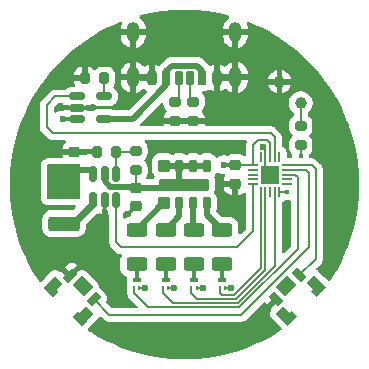
<source format=gbr>
%TF.GenerationSoftware,KiCad,Pcbnew,9.0.3*%
%TF.CreationDate,2025-07-22T22:17:19-05:00*%
%TF.ProjectId,openoshi-lightboard,6f70656e-6f73-4686-992d-6c6967687462,rev?*%
%TF.SameCoordinates,Original*%
%TF.FileFunction,Copper,L1,Top*%
%TF.FilePolarity,Positive*%
%FSLAX46Y46*%
G04 Gerber Fmt 4.6, Leading zero omitted, Abs format (unit mm)*
G04 Created by KiCad (PCBNEW 9.0.3) date 2025-07-22 22:17:19*
%MOMM*%
%LPD*%
G01*
G04 APERTURE LIST*
G04 Aperture macros list*
%AMRoundRect*
0 Rectangle with rounded corners*
0 $1 Rounding radius*
0 $2 $3 $4 $5 $6 $7 $8 $9 X,Y pos of 4 corners*
0 Add a 4 corners polygon primitive as box body*
4,1,4,$2,$3,$4,$5,$6,$7,$8,$9,$2,$3,0*
0 Add four circle primitives for the rounded corners*
1,1,$1+$1,$2,$3*
1,1,$1+$1,$4,$5*
1,1,$1+$1,$6,$7*
1,1,$1+$1,$8,$9*
0 Add four rect primitives between the rounded corners*
20,1,$1+$1,$2,$3,$4,$5,0*
20,1,$1+$1,$4,$5,$6,$7,0*
20,1,$1+$1,$6,$7,$8,$9,0*
20,1,$1+$1,$8,$9,$2,$3,0*%
%AMRotRect*
0 Rectangle, with rotation*
0 The origin of the aperture is its center*
0 $1 length*
0 $2 width*
0 $3 Rotation angle, in degrees counterclockwise*
0 Add horizontal line*
21,1,$1,$2,0,0,$3*%
G04 Aperture macros list end*
%TA.AperFunction,EtchedComponent*%
%ADD10C,0.000000*%
%TD*%
%TA.AperFunction,SMDPad,CuDef*%
%ADD11RoundRect,0.150000X0.150000X-0.512500X0.150000X0.512500X-0.150000X0.512500X-0.150000X-0.512500X0*%
%TD*%
%TA.AperFunction,SMDPad,CuDef*%
%ADD12RoundRect,0.150000X-0.512500X-0.150000X0.512500X-0.150000X0.512500X0.150000X-0.512500X0.150000X0*%
%TD*%
%TA.AperFunction,SMDPad,CuDef*%
%ADD13C,1.000000*%
%TD*%
%TA.AperFunction,SMDPad,CuDef*%
%ADD14RoundRect,0.225000X0.250000X-0.225000X0.250000X0.225000X-0.250000X0.225000X-0.250000X-0.225000X0*%
%TD*%
%TA.AperFunction,SMDPad,CuDef*%
%ADD15RoundRect,0.250000X-0.625000X0.312500X-0.625000X-0.312500X0.625000X-0.312500X0.625000X0.312500X0*%
%TD*%
%TA.AperFunction,SMDPad,CuDef*%
%ADD16RotRect,0.711200X1.092200X135.000000*%
%TD*%
%TA.AperFunction,ComponentPad*%
%ADD17RotRect,0.914400X0.914400X135.000000*%
%TD*%
%TA.AperFunction,SMDPad,CuDef*%
%ADD18RotRect,1.397000X1.092200X135.000000*%
%TD*%
%TA.AperFunction,SMDPad,CuDef*%
%ADD19RoundRect,0.200000X0.200000X0.275000X-0.200000X0.275000X-0.200000X-0.275000X0.200000X-0.275000X0*%
%TD*%
%TA.AperFunction,SMDPad,CuDef*%
%ADD20RoundRect,0.175000X0.175000X0.425000X-0.175000X0.425000X-0.175000X-0.425000X0.175000X-0.425000X0*%
%TD*%
%TA.AperFunction,SMDPad,CuDef*%
%ADD21RoundRect,0.190000X-0.190000X-0.410000X0.190000X-0.410000X0.190000X0.410000X-0.190000X0.410000X0*%
%TD*%
%TA.AperFunction,SMDPad,CuDef*%
%ADD22RoundRect,0.200000X-0.200000X-0.400000X0.200000X-0.400000X0.200000X0.400000X-0.200000X0.400000X0*%
%TD*%
%TA.AperFunction,SMDPad,CuDef*%
%ADD23RoundRect,0.175000X-0.175000X-0.425000X0.175000X-0.425000X0.175000X0.425000X-0.175000X0.425000X0*%
%TD*%
%TA.AperFunction,SMDPad,CuDef*%
%ADD24RoundRect,0.190000X0.190000X0.410000X-0.190000X0.410000X-0.190000X-0.410000X0.190000X-0.410000X0*%
%TD*%
%TA.AperFunction,SMDPad,CuDef*%
%ADD25RoundRect,0.200000X0.200000X0.400000X-0.200000X0.400000X-0.200000X-0.400000X0.200000X-0.400000X0*%
%TD*%
%TA.AperFunction,HeatsinkPad*%
%ADD26O,1.100000X1.700000*%
%TD*%
%TA.AperFunction,SMDPad,CuDef*%
%ADD27RoundRect,0.200000X0.275000X-0.200000X0.275000X0.200000X-0.275000X0.200000X-0.275000X-0.200000X0*%
%TD*%
%TA.AperFunction,SMDPad,CuDef*%
%ADD28RotRect,0.711200X1.092200X225.000000*%
%TD*%
%TA.AperFunction,ComponentPad*%
%ADD29RotRect,0.914400X0.914400X225.000000*%
%TD*%
%TA.AperFunction,SMDPad,CuDef*%
%ADD30RotRect,1.397000X1.092200X225.000000*%
%TD*%
%TA.AperFunction,SMDPad,CuDef*%
%ADD31RoundRect,0.050000X0.075000X-0.150000X0.075000X0.150000X-0.075000X0.150000X-0.075000X-0.150000X0*%
%TD*%
%TA.AperFunction,SMDPad,CuDef*%
%ADD32RoundRect,0.050000X0.300000X-0.150000X0.300000X0.150000X-0.300000X0.150000X-0.300000X-0.150000X0*%
%TD*%
%TA.AperFunction,SMDPad,CuDef*%
%ADD33RoundRect,0.167500X-0.167500X0.382500X-0.167500X-0.382500X0.167500X-0.382500X0.167500X0.382500X0*%
%TD*%
%TA.AperFunction,SMDPad,CuDef*%
%ADD34RoundRect,0.200000X-0.135000X0.350000X-0.135000X-0.350000X0.135000X-0.350000X0.135000X0.350000X0*%
%TD*%
%TA.AperFunction,SMDPad,CuDef*%
%ADD35RoundRect,0.200000X-0.290000X0.350000X-0.290000X-0.350000X0.290000X-0.350000X0.290000X0.350000X0*%
%TD*%
%TA.AperFunction,SMDPad,CuDef*%
%ADD36RoundRect,0.275000X-1.845000X0.275000X-1.845000X-0.275000X1.845000X-0.275000X1.845000X0.275000X0*%
%TD*%
%TA.AperFunction,SMDPad,CuDef*%
%ADD37RoundRect,0.250000X-1.075000X0.375000X-1.075000X-0.375000X1.075000X-0.375000X1.075000X0.375000X0*%
%TD*%
%TA.AperFunction,SMDPad,CuDef*%
%ADD38RoundRect,0.225000X-0.250000X0.225000X-0.250000X-0.225000X0.250000X-0.225000X0.250000X0.225000X0*%
%TD*%
%TA.AperFunction,SMDPad,CuDef*%
%ADD39RoundRect,0.050000X-0.050000X0.375000X-0.050000X-0.375000X0.050000X-0.375000X0.050000X0.375000X0*%
%TD*%
%TA.AperFunction,SMDPad,CuDef*%
%ADD40RoundRect,0.050000X-0.375000X0.050000X-0.375000X-0.050000X0.375000X-0.050000X0.375000X0.050000X0*%
%TD*%
%TA.AperFunction,HeatsinkPad*%
%ADD41R,1.650000X1.650000*%
%TD*%
%TA.AperFunction,ViaPad*%
%ADD42C,0.600000*%
%TD*%
%TA.AperFunction,ViaPad*%
%ADD43C,0.450000*%
%TD*%
%TA.AperFunction,Conductor*%
%ADD44C,0.150000*%
%TD*%
%TA.AperFunction,Conductor*%
%ADD45C,0.300000*%
%TD*%
%TA.AperFunction,Conductor*%
%ADD46C,0.200000*%
%TD*%
%TA.AperFunction,Conductor*%
%ADD47C,0.500000*%
%TD*%
%TA.AperFunction,Conductor*%
%ADD48C,0.600000*%
%TD*%
G04 APERTURE END LIST*
D10*
%TA.AperFunction,EtchedComponent*%
%TO.C,SW2*%
G36*
X139331445Y-109075169D02*
G01*
X138864472Y-109542142D01*
X138056249Y-108733919D01*
X138523222Y-108266946D01*
X139331445Y-109075169D01*
G37*
%TD.AperFunction*%
%TA.AperFunction,EtchedComponent*%
G36*
X141783055Y-111526779D02*
G01*
X141316082Y-111993752D01*
X140507859Y-111185529D01*
X140974832Y-110718556D01*
X141783055Y-111526779D01*
G37*
%TD.AperFunction*%
%TA.AperFunction,EtchedComponent*%
%TO.C,SW1*%
G36*
X159542142Y-111135529D02*
G01*
X158733919Y-111943752D01*
X158266946Y-111476779D01*
X159075169Y-110668556D01*
X159542142Y-111135529D01*
G37*
%TD.AperFunction*%
%TA.AperFunction,EtchedComponent*%
G36*
X161993752Y-108683919D02*
G01*
X161185529Y-109492142D01*
X160718556Y-109025169D01*
X161526779Y-108216946D01*
X161993752Y-108683919D01*
G37*
%TD.AperFunction*%
%TD*%
D11*
%TO.P,U2,1,SW*%
%TO.N,Net-(U2-SW)*%
X142300000Y-101337500D03*
%TO.P,U2,2,GND*%
%TO.N,GND*%
X143250000Y-101337500D03*
%TO.P,U2,3,EN*%
%TO.N,/VREG_EN*%
X144200000Y-101337500D03*
%TO.P,U2,4,V_{FB}*%
%TO.N,Net-(U2-V_{FB})*%
X144200000Y-99062500D03*
%TO.P,U2,5,V_{OUT}*%
%TO.N,+5V*%
X143250000Y-99062500D03*
%TO.P,U2,6,V_{IN}*%
%TO.N,+BATT*%
X142300000Y-99062500D03*
%TD*%
D12*
%TO.P,U3,1,STAT*%
%TO.N,/CHG_STAT*%
X140912500Y-92537500D03*
%TO.P,U3,2,V_{SS}*%
%TO.N,GND*%
X140912500Y-93487500D03*
%TO.P,U3,3,V_{BAT}*%
%TO.N,+BATT*%
X140912500Y-94437500D03*
%TO.P,U3,4,V_{DD}*%
%TO.N,VBUS*%
X143187500Y-94437500D03*
%TO.P,U3,5,PROG*%
%TO.N,Net-(U3-PROG)*%
X143187500Y-92537500D03*
%TD*%
D13*
%TO.P,TP2,1,1*%
%TO.N,GND*%
X158050000Y-91300000D03*
%TD*%
D14*
%TO.P,C3,1*%
%TO.N,GND*%
X154300000Y-99925000D03*
%TO.P,C3,2*%
%TO.N,+BATT*%
X154300000Y-98375000D03*
%TD*%
D15*
%TO.P,R5,1*%
%TO.N,/K_BLUE*%
X153200000Y-103837500D03*
%TO.P,R5,2*%
%TO.N,Net-(Q1-D)*%
X153200000Y-106762500D03*
%TD*%
D16*
%TO.P,SW2,1,1*%
%TO.N,/SW2_DET*%
X142306155Y-109723993D03*
%TO.P,SW2,2,2*%
%TO.N,GND*%
X140326008Y-107743846D03*
D17*
%TO.P,SW2,3*%
%TO.N,N/C*%
X141666312Y-110996944D03*
%TO.P,SW2,4*%
X139053057Y-108383689D03*
D18*
%TO.P,SW2,5*%
X141423845Y-108626156D03*
%TD*%
D14*
%TO.P,C1,1*%
%TO.N,+BATT*%
X140650000Y-98775000D03*
%TO.P,C1,2*%
%TO.N,GND*%
X140650000Y-97225000D03*
%TD*%
D19*
%TO.P,R10,1*%
%TO.N,Net-(U3-PROG)*%
X143225000Y-90987500D03*
%TO.P,R10,2*%
%TO.N,GND*%
X141575000Y-90987500D03*
%TD*%
D13*
%TO.P,TP1,1,1*%
%TO.N,/SWIO*%
X159850000Y-93100000D03*
%TD*%
D20*
%TO.P,J1,A5,CC1*%
%TO.N,Net-(J1-CC1)*%
X150500000Y-90980000D03*
D21*
%TO.P,J1,A9,VBUS*%
%TO.N,VBUS*%
X148480000Y-90980000D03*
D22*
%TO.P,J1,A12,GND*%
%TO.N,GND*%
X147250000Y-90980000D03*
D23*
%TO.P,J1,B5,CC2*%
%TO.N,Net-(J1-CC2)*%
X149500000Y-90980000D03*
D24*
%TO.P,J1,B9,VBUS*%
%TO.N,VBUS*%
X151520000Y-90980000D03*
D25*
%TO.P,J1,B12,GND*%
%TO.N,GND*%
X152750000Y-90980000D03*
D26*
%TO.P,J1,S1,SHIELD*%
X154320000Y-90900000D03*
X154320000Y-87100000D03*
X145680000Y-90900000D03*
X145680000Y-87100000D03*
%TD*%
D27*
%TO.P,R3,1*%
%TO.N,GND*%
X150750000Y-94625000D03*
%TO.P,R3,2*%
%TO.N,Net-(J1-CC1)*%
X150750000Y-92975000D03*
%TD*%
D28*
%TO.P,SW1,1,1*%
%TO.N,/SW1_DET*%
X159723993Y-107693846D03*
%TO.P,SW1,2,2*%
%TO.N,GND*%
X157743846Y-109673993D03*
D29*
%TO.P,SW1,3*%
%TO.N,N/C*%
X160996944Y-108333689D03*
%TO.P,SW1,4*%
X158383689Y-110946944D03*
D30*
%TO.P,SW1,5*%
X158626156Y-108576156D03*
%TD*%
D31*
%TO.P,Q4,1,G*%
%TO.N,/G_WHITE*%
X145725000Y-108750000D03*
%TO.P,Q4,2,S*%
%TO.N,GND*%
X146175000Y-108750000D03*
D32*
%TO.P,Q4,3,D*%
%TO.N,Net-(Q4-D)*%
X145950000Y-108050000D03*
%TD*%
D15*
%TO.P,R6,1*%
%TO.N,/K_RED*%
X150800000Y-103837500D03*
%TO.P,R6,2*%
%TO.N,Net-(Q2-D)*%
X150800000Y-106762500D03*
%TD*%
D33*
%TO.P,D1,1,AB*%
%TO.N,+5V*%
X151905000Y-98400000D03*
D34*
%TO.P,D1,2,KB*%
%TO.N,/K_BLUE*%
X151905000Y-101600000D03*
D33*
%TO.P,D1,3,AR*%
%TO.N,+5V*%
X150735000Y-98400000D03*
D34*
%TO.P,D1,4,KR*%
%TO.N,/K_RED*%
X150735000Y-101600000D03*
%TO.P,D1,5,AG*%
%TO.N,+5V*%
X149565000Y-98400000D03*
%TO.P,D1,6,KG*%
%TO.N,/K_GREEN*%
X149565000Y-101600000D03*
D35*
%TO.P,D1,7,AW*%
%TO.N,+5V*%
X148240000Y-98400000D03*
%TO.P,D1,8,KW*%
%TO.N,/K_WHITE*%
X148240000Y-101600000D03*
D36*
%TO.P,D1,9,AR*%
%TO.N,+5V*%
X149995000Y-100000000D03*
%TD*%
D31*
%TO.P,Q2,1,G*%
%TO.N,/G_RED*%
X150575000Y-108750000D03*
%TO.P,Q2,2,S*%
%TO.N,GND*%
X151025000Y-108750000D03*
D32*
%TO.P,Q2,3,D*%
%TO.N,Net-(Q2-D)*%
X150800000Y-108050000D03*
%TD*%
D37*
%TO.P,L1,1,1*%
%TO.N,+BATT*%
X139800000Y-100500000D03*
%TO.P,L1,2,2*%
%TO.N,Net-(U2-SW)*%
X139800000Y-103300000D03*
%TD*%
D38*
%TO.P,C2,1*%
%TO.N,+5V*%
X145900000Y-100275000D03*
%TO.P,C2,2*%
%TO.N,GND*%
X145900000Y-101825000D03*
%TD*%
D27*
%TO.P,R1,1*%
%TO.N,+5V*%
X145900000Y-98775000D03*
%TO.P,R1,2*%
%TO.N,Net-(U2-V_{FB})*%
X145900000Y-97125000D03*
%TD*%
%TO.P,R9,1*%
%TO.N,Net-(U1-PD1)*%
X159850000Y-96675000D03*
%TO.P,R9,2*%
%TO.N,/SWIO*%
X159850000Y-95025000D03*
%TD*%
D15*
%TO.P,R7,1*%
%TO.N,/K_GREEN*%
X148400000Y-103837500D03*
%TO.P,R7,2*%
%TO.N,Net-(Q3-D)*%
X148400000Y-106762500D03*
%TD*%
D27*
%TO.P,R4,1*%
%TO.N,GND*%
X149200000Y-94625000D03*
%TO.P,R4,2*%
%TO.N,Net-(J1-CC2)*%
X149200000Y-92975000D03*
%TD*%
D31*
%TO.P,Q3,1,G*%
%TO.N,/G_GREEN*%
X148175000Y-108750000D03*
%TO.P,Q3,2,S*%
%TO.N,GND*%
X148625000Y-108750000D03*
D32*
%TO.P,Q3,3,D*%
%TO.N,Net-(Q3-D)*%
X148400000Y-108050000D03*
%TD*%
D15*
%TO.P,R8,1*%
%TO.N,/K_WHITE*%
X145950000Y-103837500D03*
%TO.P,R8,2*%
%TO.N,Net-(Q4-D)*%
X145950000Y-106762500D03*
%TD*%
D19*
%TO.P,R2,1*%
%TO.N,Net-(U2-V_{FB})*%
X144225000Y-97200000D03*
%TO.P,R2,2*%
%TO.N,GND*%
X142575000Y-97200000D03*
%TD*%
D31*
%TO.P,Q1,1,G*%
%TO.N,/G_BLUE*%
X152975000Y-108750000D03*
%TO.P,Q1,2,S*%
%TO.N,GND*%
X153425000Y-108750000D03*
D32*
%TO.P,Q1,3,D*%
%TO.N,Net-(Q1-D)*%
X153200000Y-108050000D03*
%TD*%
D39*
%TO.P,U1,1,PD7*%
%TO.N,/MCU_nRST*%
X158050000Y-97700000D03*
%TO.P,U1,2,PA1*%
%TO.N,/CHG_STAT*%
X157650000Y-97700000D03*
%TO.P,U1,3,PA2*%
%TO.N,+BATT*%
X157250000Y-97700000D03*
%TO.P,U1,4,VSS*%
%TO.N,GND*%
X156850000Y-97700000D03*
%TO.P,U1,5,PD0*%
%TO.N,unconnected-(U1-PD0-Pad5)*%
X156450000Y-97700000D03*
D40*
%TO.P,U1,6,VDD*%
%TO.N,+BATT*%
X155800000Y-98350000D03*
%TO.P,U1,7,PC0*%
%TO.N,unconnected-(U1-PC0-Pad7)*%
X155800000Y-98750000D03*
%TO.P,U1,8,PC1*%
%TO.N,unconnected-(U1-PC1-Pad8)*%
X155800000Y-99150000D03*
%TO.P,U1,9,PC2*%
%TO.N,unconnected-(U1-PC2-Pad9)*%
X155800000Y-99550000D03*
%TO.P,U1,10,PC3*%
%TO.N,/VREG_EN*%
X155800000Y-99950000D03*
D39*
%TO.P,U1,11,PC4*%
%TO.N,/G_BLUE*%
X156450000Y-100600000D03*
%TO.P,U1,12,PC5*%
%TO.N,/G_RED*%
X156850000Y-100600000D03*
%TO.P,U1,13,PC6*%
%TO.N,unconnected-(U1-PC6-Pad13)*%
X157250000Y-100600000D03*
%TO.P,U1,14,PC7*%
%TO.N,/G_GREEN*%
X157650000Y-100600000D03*
%TO.P,U1,15,PD1*%
%TO.N,Net-(U1-PD1)*%
X158050000Y-100600000D03*
D40*
%TO.P,U1,16,PD2*%
%TO.N,unconnected-(U1-PD2-Pad16)*%
X158700000Y-99950000D03*
%TO.P,U1,17,PD3*%
%TO.N,unconnected-(U1-PD3-Pad17)*%
X158700000Y-99550000D03*
%TO.P,U1,18,PD4*%
%TO.N,/G_WHITE*%
X158700000Y-99150000D03*
%TO.P,U1,19,PD5*%
%TO.N,/SW2_DET*%
X158700000Y-98750000D03*
%TO.P,U1,20,PD6*%
%TO.N,/SW1_DET*%
X158700000Y-98350000D03*
D41*
%TO.P,U1,21,VSS*%
%TO.N,GND*%
X157250000Y-99150000D03*
%TD*%
D42*
%TO.N,GND*%
X139650000Y-93487500D03*
X149150000Y-108750000D03*
X150200000Y-112950000D03*
X139500000Y-106900000D03*
X157100000Y-91350000D03*
X153950000Y-108750000D03*
X146700000Y-108750000D03*
X139650000Y-97250000D03*
X154300000Y-100900000D03*
X151700000Y-94600000D03*
X159050000Y-91300000D03*
X163150000Y-100050000D03*
X158600000Y-103400000D03*
X157050000Y-110400000D03*
X143250000Y-102450000D03*
X148750000Y-87650000D03*
X141600000Y-89837500D03*
X145200000Y-102500000D03*
X136400000Y-100050000D03*
X151450000Y-87650000D03*
X151900000Y-96750000D03*
X151550000Y-108750000D03*
X156675001Y-96788172D03*
%TO.N,+BATT*%
X139500000Y-99250000D03*
X139500000Y-98550000D03*
X138750000Y-98550000D03*
X139700000Y-94437500D03*
X138750000Y-99250000D03*
X153325000Y-98325000D03*
D43*
%TO.N,Net-(U1-PD1)*%
X158700000Y-100600000D03*
X159850000Y-97550000D03*
%TD*%
D44*
%TO.N,GND*%
X156850000Y-97700000D02*
X156850000Y-98750000D01*
D45*
X139650000Y-93487500D02*
X140912500Y-93487500D01*
D44*
X156850000Y-96963171D02*
X156675001Y-96788172D01*
X156850000Y-97700000D02*
X156850000Y-96963171D01*
X156850000Y-98750000D02*
X157250000Y-99150000D01*
D46*
X148625000Y-108750000D02*
X149150000Y-108750000D01*
D45*
X145875000Y-101825000D02*
X145900000Y-101825000D01*
X145200000Y-102500000D02*
X145875000Y-101825000D01*
X154275000Y-99900000D02*
X154300000Y-99925000D01*
D46*
X151025000Y-108750000D02*
X151550000Y-108750000D01*
X146175000Y-108750000D02*
X146700000Y-108750000D01*
X153425000Y-108750000D02*
X153950000Y-108750000D01*
D47*
%TO.N,+5V*%
X145900000Y-100275000D02*
X149720000Y-100275000D01*
X149565000Y-98400000D02*
X150735000Y-98400000D01*
X143250000Y-99724999D02*
X143701001Y-100176000D01*
X143701001Y-100176000D02*
X145713500Y-100176000D01*
X149720000Y-100275000D02*
X149995000Y-100000000D01*
X149995000Y-100000000D02*
X149565000Y-99570000D01*
X149565000Y-99570000D02*
X149565000Y-98400000D01*
X143250000Y-99062500D02*
X143250000Y-99724999D01*
X150735000Y-98400000D02*
X151905000Y-98400000D01*
X145713500Y-100176000D02*
X145900000Y-100362500D01*
X148240000Y-98400000D02*
X149565000Y-98400000D01*
D44*
X145900000Y-98775000D02*
X145900000Y-100275000D01*
D48*
%TO.N,Net-(U2-SW)*%
X142300000Y-101550000D02*
X142300000Y-101337500D01*
X140550000Y-103300000D02*
X142300000Y-101550000D01*
X139800000Y-103300000D02*
X140550000Y-103300000D01*
D44*
%TO.N,Net-(U2-V_{FB})*%
X144200000Y-97225000D02*
X144225000Y-97200000D01*
X145825000Y-97200000D02*
X145900000Y-97125000D01*
X144225000Y-97200000D02*
X145825000Y-97200000D01*
X144200000Y-99062500D02*
X144200000Y-97225000D01*
%TO.N,/VREG_EN*%
X144600000Y-105300000D02*
X154450000Y-105300000D01*
X144200000Y-101337500D02*
X144200000Y-104900000D01*
X155800000Y-103950000D02*
X155800000Y-99950000D01*
X144200000Y-104900000D02*
X144600000Y-105300000D01*
X154450000Y-105300000D02*
X155800000Y-103950000D01*
%TO.N,Net-(J1-CC1)*%
X150750000Y-92975000D02*
X150500000Y-92725000D01*
X150500000Y-92725000D02*
X150500000Y-90980000D01*
%TO.N,Net-(J1-CC2)*%
X149500000Y-92675000D02*
X149500000Y-90980000D01*
X149200000Y-92975000D02*
X149500000Y-92675000D01*
D47*
%TO.N,VBUS*%
X151520000Y-90380000D02*
X151520000Y-90980000D01*
X148931000Y-89929000D02*
X151069000Y-89929000D01*
X151069000Y-89929000D02*
X151520000Y-90380000D01*
X148480000Y-90980000D02*
X148480000Y-91580000D01*
D45*
X143187500Y-94437500D02*
X143500000Y-94437500D01*
D47*
X148480000Y-90380000D02*
X148931000Y-89929000D01*
X151520000Y-90980000D02*
X151520000Y-91276196D01*
X143600000Y-94437500D02*
X143500000Y-94437500D01*
X145622500Y-94437500D02*
X143187500Y-94437500D01*
X148480000Y-91580000D02*
X145622500Y-94437500D01*
X148480000Y-90980000D02*
X148480000Y-90380000D01*
D44*
%TO.N,/G_RED*%
X154350000Y-109700000D02*
X156850000Y-107200000D01*
X150575000Y-109175000D02*
X151100000Y-109700000D01*
X151100000Y-109700000D02*
X154350000Y-109700000D01*
X150575000Y-108750000D02*
X150575000Y-109175000D01*
X156850000Y-107200000D02*
X156850000Y-100600000D01*
%TO.N,+BATT*%
X156250000Y-96200000D02*
X155800000Y-96650000D01*
D47*
X140650000Y-98775000D02*
X142012500Y-98775000D01*
D44*
X157250000Y-96446353D02*
X157003647Y-96200000D01*
X155800000Y-96650000D02*
X155800000Y-98350000D01*
X155800000Y-98350000D02*
X154325000Y-98350000D01*
D47*
X140650000Y-98775000D02*
X140650000Y-100300000D01*
D44*
X157250000Y-97700000D02*
X157250000Y-96446353D01*
X154325000Y-98350000D02*
X154300000Y-98325000D01*
D45*
X153325000Y-98325000D02*
X154300000Y-98325000D01*
X139700000Y-94437500D02*
X140912500Y-94437500D01*
D47*
X142012500Y-98775000D02*
X142300000Y-99062500D01*
D44*
X157003647Y-96200000D02*
X156250000Y-96200000D01*
%TO.N,/G_GREEN*%
X157650000Y-106900000D02*
X157650000Y-100600000D01*
X154500000Y-110050000D02*
X157650000Y-106900000D01*
X148175000Y-108750000D02*
X148175000Y-109175000D01*
X149050000Y-110050000D02*
X154500000Y-110050000D01*
X148175000Y-109175000D02*
X149050000Y-110050000D01*
%TO.N,/G_BLUE*%
X152975000Y-109175000D02*
X153149000Y-109349000D01*
X154201000Y-109349000D02*
X156450000Y-107100000D01*
X153149000Y-109349000D02*
X154201000Y-109349000D01*
X156450000Y-107100000D02*
X156450000Y-100600000D01*
X152975000Y-108750000D02*
X152975000Y-109175000D01*
%TO.N,/G_WHITE*%
X145725000Y-109175000D02*
X146950000Y-110400000D01*
X154650000Y-110400000D02*
X159600000Y-105450000D01*
X159350000Y-99150000D02*
X158700000Y-99150000D01*
X145725000Y-108750000D02*
X145725000Y-109175000D01*
X159600000Y-99400000D02*
X159350000Y-99150000D01*
X159600000Y-105450000D02*
X159600000Y-99400000D01*
X146950000Y-110400000D02*
X154650000Y-110400000D01*
D47*
%TO.N,/K_RED*%
X150735000Y-103772500D02*
X150800000Y-103837500D01*
X150735000Y-101600000D02*
X150735000Y-103772500D01*
%TO.N,/K_GREEN*%
X149565000Y-102672500D02*
X148400000Y-103837500D01*
X149565000Y-101600000D02*
X149565000Y-102672500D01*
%TO.N,/K_BLUE*%
X151905000Y-101600000D02*
X151905000Y-102542500D01*
X151905000Y-102542500D02*
X153200000Y-103837500D01*
%TO.N,/K_WHITE*%
X148187500Y-101600000D02*
X145950000Y-103837500D01*
X148240000Y-101600000D02*
X148187500Y-101600000D01*
D45*
%TO.N,Net-(Q1-D)*%
X153200000Y-108050000D02*
X153200000Y-106762500D01*
%TO.N,Net-(Q2-D)*%
X150800000Y-108050000D02*
X150800000Y-106762500D01*
%TO.N,Net-(Q3-D)*%
X148400000Y-106762500D02*
X148400000Y-108050000D01*
%TO.N,Net-(Q4-D)*%
X145950000Y-108050000D02*
X145950000Y-106762500D01*
D44*
%TO.N,Net-(U1-PD1)*%
X159850000Y-97550000D02*
X159850000Y-96675000D01*
X158050000Y-100600000D02*
X158700000Y-100600000D01*
%TO.N,Net-(U3-PROG)*%
X143187500Y-91025000D02*
X143225000Y-90987500D01*
X143187500Y-92537500D02*
X143187500Y-91025000D01*
%TO.N,/SW1_DET*%
X159723993Y-107693846D02*
X161150000Y-106267839D01*
X161150000Y-106267839D02*
X161150000Y-98700000D01*
X161150000Y-98700000D02*
X160800000Y-98350000D01*
X160800000Y-98350000D02*
X158700000Y-98350000D01*
%TO.N,/SW2_DET*%
X143633162Y-111051000D02*
X154799000Y-111051000D01*
X160550000Y-105300000D02*
X160550000Y-99000000D01*
X142306155Y-109723993D02*
X143633162Y-111051000D01*
X160300000Y-98750000D02*
X158700000Y-98750000D01*
X160550000Y-99000000D02*
X160300000Y-98750000D01*
X154799000Y-111051000D02*
X160550000Y-105300000D01*
%TO.N,/CHG_STAT*%
X138350000Y-93250000D02*
X138350000Y-95150000D01*
X138850000Y-95650000D02*
X157350000Y-95650000D01*
X157650000Y-95950000D02*
X157650000Y-97700000D01*
X140912500Y-92537500D02*
X139062500Y-92537500D01*
X157350000Y-95650000D02*
X157650000Y-95950000D01*
X138350000Y-95150000D02*
X138850000Y-95650000D01*
X140550000Y-92537500D02*
X140912500Y-92537500D01*
X139062500Y-92537500D02*
X138350000Y-93250000D01*
%TO.N,/SWIO*%
X159850000Y-95025000D02*
X159850000Y-93100000D01*
%TD*%
%TA.AperFunction,Conductor*%
%TO.N,+BATT*%
G36*
X141143039Y-98269685D02*
G01*
X141188794Y-98322489D01*
X141200000Y-98374000D01*
X141200000Y-101126000D01*
X141180315Y-101193039D01*
X141127511Y-101238794D01*
X141076000Y-101250000D01*
X138474000Y-101250000D01*
X138406961Y-101230315D01*
X138361206Y-101177511D01*
X138350000Y-101126000D01*
X138350000Y-98374000D01*
X138369685Y-98306961D01*
X138422489Y-98261206D01*
X138474000Y-98250000D01*
X141076000Y-98250000D01*
X141143039Y-98269685D01*
G37*
%TD.AperFunction*%
%TD*%
%TA.AperFunction,Conductor*%
%TO.N,GND*%
G36*
X157610401Y-109556395D02*
G01*
X157654749Y-109584896D01*
X157832941Y-109763088D01*
X157866426Y-109824411D01*
X157861442Y-109894103D01*
X157832941Y-109938450D01*
X157315622Y-110455769D01*
X157315622Y-110455770D01*
X157331901Y-110472049D01*
X157365386Y-110533372D01*
X157360402Y-110603064D01*
X157340773Y-110637534D01*
X157311735Y-110673568D01*
X157311732Y-110673574D01*
X157251945Y-110804487D01*
X157231464Y-110946944D01*
X157251945Y-111089400D01*
X157311733Y-111220316D01*
X157311736Y-111220321D01*
X157349349Y-111266997D01*
X157349356Y-111267005D01*
X157882178Y-111799824D01*
X157893764Y-111813195D01*
X157909504Y-111834221D01*
X157909508Y-111834225D01*
X157909513Y-111834231D01*
X158207095Y-112131812D01*
X158240580Y-112193135D01*
X158235596Y-112262826D01*
X158193725Y-112318760D01*
X158188305Y-112322595D01*
X157920226Y-112501720D01*
X157915084Y-112504976D01*
X157297255Y-112875288D01*
X157291959Y-112878288D01*
X156656719Y-113217831D01*
X156651283Y-113220568D01*
X156000114Y-113528548D01*
X155994550Y-113531014D01*
X155329068Y-113806666D01*
X155323389Y-113808856D01*
X154645215Y-114051510D01*
X154639436Y-114053420D01*
X153950126Y-114262520D01*
X153944261Y-114264143D01*
X153245529Y-114439167D01*
X153239590Y-114440500D01*
X152533147Y-114581019D01*
X152527151Y-114582060D01*
X151814626Y-114687754D01*
X151808585Y-114688499D01*
X151091753Y-114759101D01*
X151085683Y-114759549D01*
X150366231Y-114794894D01*
X150360147Y-114795043D01*
X149639853Y-114795043D01*
X149633769Y-114794894D01*
X148914316Y-114759549D01*
X148908246Y-114759101D01*
X148191414Y-114688499D01*
X148185373Y-114687754D01*
X147472848Y-114582060D01*
X147466852Y-114581019D01*
X146760409Y-114440500D01*
X146754470Y-114439167D01*
X146055738Y-114264143D01*
X146049873Y-114262520D01*
X145360563Y-114053420D01*
X145354784Y-114051510D01*
X144676610Y-113808856D01*
X144670931Y-113806666D01*
X144005449Y-113531014D01*
X143999885Y-113528548D01*
X143348716Y-113220568D01*
X143343280Y-113217831D01*
X142708040Y-112878288D01*
X142702744Y-112875288D01*
X142084916Y-112504976D01*
X142079774Y-112501720D01*
X141871640Y-112362649D01*
X141826835Y-112309037D01*
X141818128Y-112239712D01*
X141848282Y-112176684D01*
X141852808Y-112171908D01*
X142140497Y-111884221D01*
X142183513Y-111834578D01*
X142189516Y-111828131D01*
X142700647Y-111317000D01*
X142738267Y-111270317D01*
X142743732Y-111258349D01*
X142758234Y-111226597D01*
X142803988Y-111173793D01*
X142871028Y-111154108D01*
X142938067Y-111173792D01*
X142958709Y-111190427D01*
X143172647Y-111404365D01*
X143279797Y-111511515D01*
X143351187Y-111552732D01*
X143351188Y-111552732D01*
X143351188Y-111552733D01*
X143411021Y-111587278D01*
X143411022Y-111587278D01*
X143411027Y-111587281D01*
X143557395Y-111626500D01*
X143557396Y-111626500D01*
X143557397Y-111626500D01*
X154874764Y-111626500D01*
X154874766Y-111626500D01*
X155021135Y-111587281D01*
X155152365Y-111511515D01*
X156674186Y-109989691D01*
X156735506Y-109956209D01*
X156805197Y-109961193D01*
X156849545Y-109989694D01*
X156962067Y-110102216D01*
X156962068Y-110102216D01*
X157479387Y-109584896D01*
X157540710Y-109551411D01*
X157610401Y-109556395D01*
G37*
%TD.AperFunction*%
%TA.AperFunction,Conductor*%
G36*
X150366230Y-85205105D02*
G01*
X151085717Y-85240452D01*
X151091719Y-85240895D01*
X151808600Y-85311501D01*
X151814612Y-85312243D01*
X152527156Y-85417939D01*
X152533141Y-85418979D01*
X153239608Y-85559503D01*
X153245512Y-85560828D01*
X153729924Y-85682167D01*
X153790169Y-85717550D01*
X153821722Y-85779889D01*
X153814564Y-85849391D01*
X153770966Y-85903990D01*
X153768683Y-85905552D01*
X153650664Y-85984410D01*
X153650660Y-85984413D01*
X153504413Y-86130660D01*
X153504410Y-86130664D01*
X153389505Y-86302631D01*
X153389500Y-86302641D01*
X153310350Y-86493725D01*
X153310348Y-86493733D01*
X153270000Y-86696579D01*
X153270000Y-86850000D01*
X154020000Y-86850000D01*
X154020000Y-87350000D01*
X153270000Y-87350000D01*
X153270000Y-87503420D01*
X153310348Y-87706266D01*
X153310350Y-87706274D01*
X153389500Y-87897358D01*
X153389505Y-87897368D01*
X153504410Y-88069335D01*
X153504413Y-88069339D01*
X153650660Y-88215586D01*
X153650664Y-88215589D01*
X153822631Y-88330494D01*
X153822641Y-88330499D01*
X154013723Y-88409648D01*
X154013725Y-88409649D01*
X154070000Y-88420842D01*
X154070000Y-87566988D01*
X154079940Y-87584205D01*
X154135795Y-87640060D01*
X154204204Y-87679556D01*
X154280504Y-87700000D01*
X154359496Y-87700000D01*
X154435796Y-87679556D01*
X154504205Y-87640060D01*
X154560060Y-87584205D01*
X154570000Y-87566988D01*
X154570000Y-88420842D01*
X154626274Y-88409649D01*
X154626276Y-88409648D01*
X154817358Y-88330499D01*
X154817368Y-88330494D01*
X154989335Y-88215589D01*
X154989339Y-88215586D01*
X155135586Y-88069339D01*
X155135589Y-88069335D01*
X155250494Y-87897368D01*
X155250499Y-87897358D01*
X155329649Y-87706274D01*
X155329651Y-87706266D01*
X155369999Y-87503420D01*
X155370000Y-87503417D01*
X155370000Y-87350000D01*
X154620000Y-87350000D01*
X154620000Y-86850000D01*
X155370000Y-86850000D01*
X155370000Y-86696583D01*
X155369999Y-86696579D01*
X155329651Y-86493733D01*
X155329650Y-86493729D01*
X155294134Y-86407986D01*
X155286665Y-86338516D01*
X155317940Y-86276037D01*
X155378028Y-86240384D01*
X155447853Y-86242877D01*
X155456134Y-86245965D01*
X155994561Y-86468990D01*
X156000104Y-86471446D01*
X156611265Y-86760504D01*
X156651283Y-86779431D01*
X156656719Y-86782168D01*
X157291959Y-87121711D01*
X157297249Y-87124707D01*
X157915108Y-87495038D01*
X157920202Y-87498264D01*
X158519135Y-87898458D01*
X158524111Y-87901962D01*
X159102682Y-88331059D01*
X159107480Y-88334804D01*
X159664279Y-88791758D01*
X159668887Y-88795733D01*
X160202602Y-89279463D01*
X160207010Y-89283660D01*
X160716339Y-89792989D01*
X160720536Y-89797397D01*
X161204266Y-90331112D01*
X161208241Y-90335720D01*
X161665195Y-90892519D01*
X161668940Y-90897317D01*
X162098037Y-91475888D01*
X162101541Y-91480864D01*
X162149144Y-91552107D01*
X162499700Y-92076751D01*
X162501720Y-92079773D01*
X162504968Y-92084902D01*
X162657757Y-92339815D01*
X162875288Y-92702744D01*
X162878288Y-92708040D01*
X163217831Y-93343280D01*
X163220568Y-93348716D01*
X163528548Y-93999885D01*
X163531014Y-94005449D01*
X163806666Y-94670931D01*
X163808856Y-94676610D01*
X164051510Y-95354784D01*
X164053420Y-95360563D01*
X164262520Y-96049873D01*
X164264143Y-96055738D01*
X164439167Y-96754470D01*
X164440500Y-96760409D01*
X164581019Y-97466852D01*
X164582060Y-97472848D01*
X164687754Y-98185373D01*
X164688499Y-98191414D01*
X164759101Y-98908246D01*
X164759549Y-98914316D01*
X164794894Y-99633769D01*
X164795043Y-99639853D01*
X164795043Y-100360146D01*
X164794894Y-100366230D01*
X164759549Y-101085683D01*
X164759101Y-101091753D01*
X164688499Y-101808585D01*
X164687754Y-101814626D01*
X164582060Y-102527151D01*
X164581019Y-102533147D01*
X164440500Y-103239590D01*
X164439167Y-103245529D01*
X164264143Y-103944261D01*
X164262520Y-103950126D01*
X164053420Y-104639436D01*
X164051510Y-104645215D01*
X163808856Y-105323389D01*
X163806666Y-105329068D01*
X163531014Y-105994550D01*
X163528548Y-106000114D01*
X163220568Y-106651283D01*
X163217831Y-106656719D01*
X162878288Y-107291959D01*
X162875288Y-107297255D01*
X162504976Y-107915083D01*
X162501720Y-107920225D01*
X162362649Y-108128359D01*
X162309037Y-108173164D01*
X162239712Y-108181871D01*
X162176684Y-108151717D01*
X162171866Y-108147149D01*
X161884237Y-107859520D01*
X161884221Y-107859504D01*
X161846616Y-107826918D01*
X161834594Y-107816500D01*
X161828118Y-107810470D01*
X161317007Y-107299361D01*
X161317000Y-107299354D01*
X161270317Y-107261734D01*
X161270315Y-107261733D01*
X161270313Y-107261731D01*
X161226595Y-107241766D01*
X161173791Y-107196011D01*
X161154107Y-107128971D01*
X161173792Y-107061932D01*
X161190416Y-107041301D01*
X161610514Y-106621205D01*
X161610516Y-106621201D01*
X161610518Y-106621199D01*
X161638486Y-106572758D01*
X161644889Y-106561667D01*
X161686281Y-106489974D01*
X161725500Y-106343605D01*
X161725500Y-98624234D01*
X161686281Y-98477865D01*
X161610515Y-98346635D01*
X161503365Y-98239485D01*
X161153365Y-97889485D01*
X161075333Y-97844433D01*
X161022136Y-97813719D01*
X160948950Y-97794109D01*
X160875766Y-97774500D01*
X160875765Y-97774500D01*
X160696152Y-97774500D01*
X160629113Y-97754815D01*
X160583358Y-97702011D01*
X160572167Y-97648597D01*
X160572339Y-97637342D01*
X160575500Y-97621455D01*
X160575500Y-97478545D01*
X160574829Y-97475172D01*
X160574983Y-97465148D01*
X160583333Y-97438243D01*
X160588584Y-97410558D01*
X160594410Y-97402553D01*
X160595694Y-97398418D01*
X160600138Y-97394684D01*
X160611287Y-97379369D01*
X160680472Y-97310185D01*
X160768478Y-97164606D01*
X160819086Y-97002196D01*
X160825500Y-96931616D01*
X160825500Y-96418384D01*
X160819086Y-96347804D01*
X160768478Y-96185394D01*
X160680472Y-96039815D01*
X160680470Y-96039813D01*
X160680469Y-96039811D01*
X160578339Y-95937681D01*
X160544854Y-95876358D01*
X160549838Y-95806666D01*
X160578339Y-95762319D01*
X160680468Y-95660189D01*
X160680469Y-95660188D01*
X160680472Y-95660185D01*
X160768478Y-95514606D01*
X160819086Y-95352196D01*
X160825500Y-95281616D01*
X160825500Y-94768384D01*
X160819086Y-94697804D01*
X160768478Y-94535394D01*
X160680472Y-94389815D01*
X160680470Y-94389813D01*
X160680469Y-94389811D01*
X160560188Y-94269530D01*
X160485348Y-94224286D01*
X160478082Y-94216351D01*
X160468297Y-94211883D01*
X160454899Y-94191035D01*
X160438161Y-94172757D01*
X160435342Y-94160603D01*
X160430523Y-94153105D01*
X160425500Y-94118170D01*
X160425500Y-93985033D01*
X160445185Y-93917994D01*
X160480609Y-93881931D01*
X160487782Y-93877139D01*
X160627139Y-93737782D01*
X160736632Y-93573914D01*
X160812051Y-93391835D01*
X160839316Y-93254768D01*
X160850500Y-93198543D01*
X160850500Y-93001456D01*
X160812052Y-92808170D01*
X160812051Y-92808169D01*
X160812051Y-92808165D01*
X160804557Y-92790073D01*
X160736635Y-92626092D01*
X160736628Y-92626079D01*
X160627139Y-92462218D01*
X160627136Y-92462214D01*
X160487785Y-92322863D01*
X160487781Y-92322860D01*
X160323920Y-92213371D01*
X160323907Y-92213364D01*
X160141839Y-92137950D01*
X160141829Y-92137947D01*
X159948543Y-92099500D01*
X159948541Y-92099500D01*
X159751459Y-92099500D01*
X159751457Y-92099500D01*
X159558170Y-92137947D01*
X159558160Y-92137950D01*
X159376092Y-92213364D01*
X159376079Y-92213371D01*
X159212218Y-92322860D01*
X159212214Y-92322863D01*
X159072863Y-92462214D01*
X159072860Y-92462218D01*
X158963371Y-92626079D01*
X158963364Y-92626092D01*
X158887950Y-92808160D01*
X158887947Y-92808170D01*
X158849500Y-93001456D01*
X158849500Y-93001459D01*
X158849500Y-93198541D01*
X158849500Y-93198543D01*
X158849499Y-93198543D01*
X158887947Y-93391829D01*
X158887950Y-93391839D01*
X158963364Y-93573907D01*
X158963371Y-93573920D01*
X159072860Y-93737781D01*
X159072863Y-93737785D01*
X159212212Y-93877134D01*
X159212214Y-93877135D01*
X159212218Y-93877139D01*
X159219389Y-93881930D01*
X159224479Y-93888021D01*
X159231703Y-93891320D01*
X159246567Y-93914449D01*
X159264194Y-93935540D01*
X159266146Y-93944915D01*
X159269477Y-93950098D01*
X159274500Y-93985033D01*
X159274500Y-94118170D01*
X159254815Y-94185209D01*
X159214652Y-94224286D01*
X159139811Y-94269530D01*
X159019530Y-94389811D01*
X158931522Y-94535393D01*
X158880913Y-94697807D01*
X158875782Y-94754275D01*
X158874549Y-94767851D01*
X158874500Y-94768386D01*
X158874500Y-95281613D01*
X158880913Y-95352192D01*
X158880913Y-95352194D01*
X158880914Y-95352196D01*
X158931522Y-95514606D01*
X158981110Y-95596635D01*
X159019530Y-95660188D01*
X159121661Y-95762319D01*
X159155146Y-95823642D01*
X159150162Y-95893334D01*
X159121661Y-95937681D01*
X159019531Y-96039810D01*
X159019530Y-96039811D01*
X158931522Y-96185393D01*
X158880913Y-96347807D01*
X158875782Y-96404275D01*
X158875126Y-96411501D01*
X158874500Y-96418386D01*
X158874500Y-96931613D01*
X158880913Y-97002192D01*
X158880913Y-97002194D01*
X158880914Y-97002196D01*
X158931522Y-97164606D01*
X159019528Y-97310185D01*
X159088714Y-97379371D01*
X159103515Y-97406477D01*
X159120126Y-97432516D01*
X159120612Y-97437788D01*
X159122198Y-97440692D01*
X159125031Y-97467467D01*
X159125002Y-97476019D01*
X159124500Y-97478545D01*
X159124500Y-97621455D01*
X159124513Y-97621524D01*
X159124499Y-97625916D01*
X159114588Y-97659254D01*
X159104815Y-97692539D01*
X159104652Y-97692680D01*
X159104590Y-97692889D01*
X159078142Y-97715650D01*
X159052011Y-97738294D01*
X159051772Y-97738345D01*
X159051632Y-97738467D01*
X159050458Y-97738631D01*
X159000500Y-97749500D01*
X158774500Y-97749500D01*
X158707461Y-97729815D01*
X158661706Y-97677011D01*
X158650500Y-97625500D01*
X158650500Y-97281903D01*
X158650500Y-97281898D01*
X158639877Y-97193436D01*
X158584361Y-97052658D01*
X158584360Y-97052657D01*
X158584360Y-97052656D01*
X158492922Y-96932077D01*
X158372341Y-96840638D01*
X158304009Y-96813691D01*
X158248866Y-96770785D01*
X158225673Y-96704877D01*
X158225500Y-96698337D01*
X158225500Y-95874235D01*
X158225500Y-95874234D01*
X158214055Y-95831522D01*
X158186281Y-95727865D01*
X158110515Y-95596635D01*
X157703365Y-95189485D01*
X157637750Y-95151602D01*
X157572136Y-95113719D01*
X157498950Y-95094109D01*
X157425766Y-95074500D01*
X157425765Y-95074500D01*
X151843247Y-95074500D01*
X151776208Y-95054815D01*
X151730453Y-95002011D01*
X151719756Y-94939278D01*
X151725000Y-94881571D01*
X151725000Y-94875000D01*
X148225001Y-94875000D01*
X148225001Y-94881582D01*
X148230243Y-94939280D01*
X148216705Y-95007826D01*
X148168258Y-95058171D01*
X148106752Y-95074500D01*
X146346231Y-95074500D01*
X146279192Y-95054815D01*
X146233437Y-95002011D01*
X146223493Y-94932853D01*
X146252518Y-94869297D01*
X146258550Y-94862819D01*
X148012819Y-93108548D01*
X148074142Y-93075063D01*
X148143833Y-93080047D01*
X148199767Y-93121919D01*
X148224184Y-93187383D01*
X148224500Y-93196229D01*
X148224500Y-93231613D01*
X148230913Y-93302192D01*
X148230913Y-93302194D01*
X148230914Y-93302196D01*
X148245410Y-93348716D01*
X148281522Y-93464606D01*
X148369530Y-93610188D01*
X148472015Y-93712673D01*
X148505500Y-93773996D01*
X148500516Y-93843688D01*
X148472015Y-93888035D01*
X148369928Y-93990121D01*
X148369927Y-93990122D01*
X148281980Y-94135604D01*
X148231409Y-94297893D01*
X148225000Y-94368427D01*
X148225000Y-94375000D01*
X151724999Y-94375000D01*
X151724999Y-94368417D01*
X151718591Y-94297897D01*
X151718590Y-94297892D01*
X151668018Y-94135603D01*
X151580072Y-93990122D01*
X151477984Y-93888034D01*
X151444499Y-93826711D01*
X151449483Y-93757019D01*
X151477983Y-93712673D01*
X151580472Y-93610185D01*
X151668478Y-93464606D01*
X151719086Y-93302196D01*
X151725500Y-93231616D01*
X151725500Y-92718384D01*
X151719086Y-92647804D01*
X151668478Y-92485394D01*
X151580472Y-92339815D01*
X151580470Y-92339813D01*
X151580469Y-92339811D01*
X151532838Y-92292180D01*
X151499353Y-92230857D01*
X151504337Y-92161165D01*
X151546209Y-92105232D01*
X151611673Y-92080815D01*
X151620510Y-92080499D01*
X151765800Y-92080499D01*
X151765808Y-92080499D01*
X151835376Y-92074178D01*
X151835383Y-92074176D01*
X151995471Y-92024291D01*
X152064941Y-91982294D01*
X152132491Y-91964459D01*
X152193238Y-91982295D01*
X152260604Y-92023019D01*
X152260603Y-92023019D01*
X152422894Y-92073590D01*
X152422893Y-92073590D01*
X152493408Y-92079998D01*
X152493426Y-92079999D01*
X152499999Y-92079998D01*
X152500000Y-92079998D01*
X152500000Y-89880000D01*
X153000000Y-89880000D01*
X153000000Y-90730000D01*
X153140000Y-90730000D01*
X153158290Y-90711709D01*
X153159685Y-90706961D01*
X153212489Y-90661206D01*
X153264000Y-90650000D01*
X154020000Y-90650000D01*
X154020000Y-91150000D01*
X153780000Y-91150000D01*
X153761709Y-91168290D01*
X153760315Y-91173039D01*
X153707511Y-91218794D01*
X153656000Y-91230000D01*
X153000000Y-91230000D01*
X153000000Y-92079999D01*
X153006581Y-92079999D01*
X153077102Y-92073591D01*
X153077107Y-92073590D01*
X153239396Y-92023018D01*
X153384872Y-91935075D01*
X153389821Y-91930126D01*
X153451141Y-91896635D01*
X153520833Y-91901613D01*
X153565192Y-91930118D01*
X153650660Y-92015586D01*
X153650664Y-92015589D01*
X153822631Y-92130494D01*
X153822641Y-92130499D01*
X154013723Y-92209648D01*
X154013725Y-92209649D01*
X154070000Y-92220842D01*
X154070000Y-91366988D01*
X154079940Y-91384205D01*
X154135795Y-91440060D01*
X154204204Y-91479556D01*
X154280504Y-91500000D01*
X154359496Y-91500000D01*
X154435796Y-91479556D01*
X154504205Y-91440060D01*
X154560060Y-91384205D01*
X154570000Y-91366988D01*
X154570000Y-92220842D01*
X154626274Y-92209649D01*
X154626276Y-92209648D01*
X154817358Y-92130499D01*
X154817368Y-92130494D01*
X154989335Y-92015589D01*
X154989339Y-92015586D01*
X155135586Y-91869339D01*
X155135589Y-91869335D01*
X155250494Y-91697368D01*
X155250499Y-91697358D01*
X155311537Y-91550000D01*
X157080138Y-91550000D01*
X157088430Y-91591690D01*
X157088430Y-91591692D01*
X157163807Y-91773671D01*
X157163814Y-91773684D01*
X157273248Y-91937462D01*
X157273251Y-91937466D01*
X157412533Y-92076748D01*
X157412537Y-92076751D01*
X157576315Y-92186185D01*
X157576328Y-92186192D01*
X157758308Y-92261569D01*
X157800000Y-92269862D01*
X158300000Y-92269862D01*
X158341690Y-92261569D01*
X158341692Y-92261569D01*
X158523671Y-92186192D01*
X158523684Y-92186185D01*
X158687462Y-92076751D01*
X158687466Y-92076748D01*
X158826748Y-91937466D01*
X158826751Y-91937462D01*
X158936185Y-91773684D01*
X158936192Y-91773671D01*
X159011569Y-91591692D01*
X159011569Y-91591690D01*
X159019862Y-91550000D01*
X158300000Y-91550000D01*
X158300000Y-92269862D01*
X157800000Y-92269862D01*
X157800000Y-91550000D01*
X157080138Y-91550000D01*
X155311537Y-91550000D01*
X155329649Y-91506274D01*
X155329651Y-91506269D01*
X155332394Y-91492479D01*
X155370000Y-91303414D01*
X155370000Y-91150000D01*
X154620000Y-91150000D01*
X154620000Y-91050000D01*
X157080138Y-91050000D01*
X157800000Y-91050000D01*
X158300000Y-91050000D01*
X159019862Y-91050000D01*
X159011569Y-91008309D01*
X159011569Y-91008307D01*
X158936192Y-90826328D01*
X158936185Y-90826315D01*
X158826751Y-90662537D01*
X158826748Y-90662533D01*
X158687466Y-90523251D01*
X158687462Y-90523248D01*
X158523684Y-90413814D01*
X158523671Y-90413807D01*
X158341691Y-90338429D01*
X158341683Y-90338427D01*
X158300000Y-90330135D01*
X158300000Y-91050000D01*
X157800000Y-91050000D01*
X157800000Y-90330136D01*
X157799999Y-90330135D01*
X157758316Y-90338427D01*
X157758308Y-90338429D01*
X157576328Y-90413807D01*
X157576315Y-90413814D01*
X157412537Y-90523248D01*
X157412533Y-90523251D01*
X157273251Y-90662533D01*
X157273248Y-90662537D01*
X157163814Y-90826315D01*
X157163807Y-90826328D01*
X157088430Y-91008307D01*
X157088430Y-91008309D01*
X157080138Y-91050000D01*
X154620000Y-91050000D01*
X154620000Y-90650000D01*
X155370000Y-90650000D01*
X155370000Y-90496583D01*
X155369999Y-90496579D01*
X155329651Y-90293733D01*
X155329649Y-90293725D01*
X155250499Y-90102641D01*
X155250494Y-90102631D01*
X155135589Y-89930664D01*
X155135586Y-89930660D01*
X154989339Y-89784413D01*
X154989335Y-89784410D01*
X154817368Y-89669505D01*
X154817358Y-89669500D01*
X154626272Y-89590349D01*
X154626267Y-89590347D01*
X154570000Y-89579155D01*
X154570000Y-90433011D01*
X154560060Y-90415795D01*
X154504205Y-90359940D01*
X154435796Y-90320444D01*
X154359496Y-90300000D01*
X154280504Y-90300000D01*
X154204204Y-90320444D01*
X154135795Y-90359940D01*
X154079940Y-90415795D01*
X154070000Y-90433011D01*
X154070000Y-89579156D01*
X154069999Y-89579155D01*
X154013732Y-89590347D01*
X154013727Y-89590349D01*
X153822641Y-89669500D01*
X153822631Y-89669505D01*
X153650664Y-89784410D01*
X153650660Y-89784413D01*
X153504413Y-89930660D01*
X153504409Y-89930665D01*
X153490991Y-89950746D01*
X153437377Y-89995550D01*
X153368052Y-90004255D01*
X153323741Y-89987969D01*
X153239395Y-89936980D01*
X153239396Y-89936980D01*
X153077105Y-89886409D01*
X153077106Y-89886409D01*
X153006572Y-89880000D01*
X153000000Y-89880000D01*
X152500000Y-89880000D01*
X152499999Y-89879999D01*
X152493436Y-89880000D01*
X152493417Y-89880001D01*
X152422897Y-89886408D01*
X152422892Y-89886409D01*
X152260601Y-89936981D01*
X152253762Y-89940060D01*
X152252450Y-89937145D01*
X152237956Y-89940949D01*
X152210369Y-89951021D01*
X152204555Y-89949714D01*
X152198790Y-89951227D01*
X152170855Y-89942137D01*
X152142201Y-89935696D01*
X152136536Y-89930971D01*
X152132349Y-89929609D01*
X152114094Y-89914349D01*
X152105988Y-89906130D01*
X152102951Y-89901584D01*
X151998416Y-89797049D01*
X151985777Y-89784410D01*
X151547421Y-89346052D01*
X151547414Y-89346046D01*
X151473729Y-89296812D01*
X151473729Y-89296813D01*
X151424491Y-89263913D01*
X151287917Y-89207343D01*
X151287907Y-89207340D01*
X151142920Y-89178500D01*
X151142918Y-89178500D01*
X149004917Y-89178500D01*
X148857082Y-89178500D01*
X148857080Y-89178500D01*
X148712092Y-89207340D01*
X148712082Y-89207343D01*
X148575511Y-89263912D01*
X148575498Y-89263919D01*
X148452584Y-89346048D01*
X148452580Y-89346051D01*
X147897043Y-89901588D01*
X147893459Y-89905955D01*
X147835709Y-89945282D01*
X147765864Y-89947144D01*
X147746703Y-89939026D01*
X147746238Y-89940060D01*
X147739396Y-89936980D01*
X147577105Y-89886409D01*
X147577106Y-89886409D01*
X147506572Y-89880000D01*
X147500000Y-89880000D01*
X147500000Y-90856000D01*
X147480315Y-90923039D01*
X147427511Y-90968794D01*
X147376000Y-90980000D01*
X147250000Y-90980000D01*
X147250000Y-91106000D01*
X147230315Y-91173039D01*
X147177511Y-91218794D01*
X147126000Y-91230000D01*
X146344000Y-91230000D01*
X146276961Y-91210315D01*
X146255190Y-91185190D01*
X146220000Y-91150000D01*
X145980000Y-91150000D01*
X145980000Y-90650000D01*
X146736000Y-90650000D01*
X146803039Y-90669685D01*
X146824809Y-90694809D01*
X146860000Y-90730000D01*
X147000000Y-90730000D01*
X147000000Y-89880000D01*
X146999999Y-89879999D01*
X146993436Y-89880000D01*
X146993417Y-89880001D01*
X146922897Y-89886408D01*
X146922892Y-89886409D01*
X146760601Y-89936981D01*
X146760599Y-89936982D01*
X146676256Y-89987969D01*
X146608701Y-90005805D01*
X146542228Y-89984287D01*
X146509003Y-89950741D01*
X146495585Y-89930659D01*
X146349339Y-89784413D01*
X146349335Y-89784410D01*
X146177368Y-89669505D01*
X146177358Y-89669500D01*
X145986272Y-89590349D01*
X145986267Y-89590347D01*
X145930000Y-89579155D01*
X145930000Y-90433011D01*
X145920060Y-90415795D01*
X145864205Y-90359940D01*
X145795796Y-90320444D01*
X145719496Y-90300000D01*
X145640504Y-90300000D01*
X145564204Y-90320444D01*
X145495795Y-90359940D01*
X145439940Y-90415795D01*
X145430000Y-90433011D01*
X145430000Y-89579156D01*
X145429999Y-89579155D01*
X145373732Y-89590347D01*
X145373727Y-89590349D01*
X145182641Y-89669500D01*
X145182631Y-89669505D01*
X145010664Y-89784410D01*
X145010660Y-89784413D01*
X144864413Y-89930660D01*
X144864410Y-89930664D01*
X144749505Y-90102631D01*
X144749500Y-90102641D01*
X144670350Y-90293725D01*
X144670348Y-90293733D01*
X144630000Y-90496579D01*
X144630000Y-90650000D01*
X145380000Y-90650000D01*
X145380000Y-91150000D01*
X144630000Y-91150000D01*
X144630000Y-91303420D01*
X144670348Y-91506266D01*
X144670350Y-91506274D01*
X144749500Y-91697358D01*
X144749505Y-91697368D01*
X144864410Y-91869335D01*
X144864413Y-91869339D01*
X145010660Y-92015586D01*
X145010664Y-92015589D01*
X145182631Y-92130494D01*
X145182641Y-92130499D01*
X145373723Y-92209648D01*
X145373725Y-92209649D01*
X145430000Y-92220842D01*
X145430000Y-91366988D01*
X145439940Y-91384205D01*
X145495795Y-91440060D01*
X145564204Y-91479556D01*
X145640504Y-91500000D01*
X145719496Y-91500000D01*
X145795796Y-91479556D01*
X145864205Y-91440060D01*
X145920060Y-91384205D01*
X145930000Y-91366988D01*
X145930000Y-92220842D01*
X145986274Y-92209649D01*
X145986276Y-92209648D01*
X146177358Y-92130499D01*
X146177368Y-92130494D01*
X146349335Y-92015589D01*
X146349339Y-92015586D01*
X146434805Y-91930119D01*
X146496128Y-91896633D01*
X146565819Y-91901617D01*
X146589351Y-91913371D01*
X146761870Y-92023833D01*
X146783782Y-92049035D01*
X146806344Y-92073672D01*
X146806625Y-92075307D01*
X146807714Y-92076560D01*
X146812521Y-92109605D01*
X146818182Y-92142531D01*
X146817534Y-92144059D01*
X146817773Y-92145702D01*
X146803949Y-92176106D01*
X146790913Y-92206860D01*
X146789013Y-92208956D01*
X146788855Y-92209306D01*
X146788476Y-92209550D01*
X146782687Y-92215942D01*
X145347951Y-93650681D01*
X145286628Y-93684166D01*
X145260270Y-93687000D01*
X143982328Y-93687000D01*
X143947733Y-93682076D01*
X143802573Y-93639902D01*
X143802567Y-93639901D01*
X143765701Y-93637000D01*
X143765694Y-93637000D01*
X142609306Y-93637000D01*
X142609298Y-93637000D01*
X142572432Y-93639901D01*
X142572426Y-93639902D01*
X142414606Y-93685754D01*
X142414603Y-93685755D01*
X142273137Y-93769417D01*
X142266969Y-93774202D01*
X142265664Y-93772519D01*
X142213954Y-93800746D01*
X142144263Y-93795751D01*
X142096558Y-93763747D01*
X142072296Y-93737500D01*
X141806815Y-93737500D01*
X141743694Y-93720232D01*
X141712307Y-93701670D01*
X141685398Y-93685756D01*
X141685397Y-93685755D01*
X141685396Y-93685755D01*
X141685393Y-93685754D01*
X141527573Y-93639902D01*
X141527567Y-93639901D01*
X141490701Y-93637000D01*
X141490694Y-93637000D01*
X140334306Y-93637000D01*
X140334298Y-93637000D01*
X140297432Y-93639901D01*
X140297426Y-93639902D01*
X140139607Y-93685754D01*
X140139596Y-93685758D01*
X140125928Y-93693842D01*
X140097239Y-93701119D01*
X140069313Y-93710938D01*
X140062888Y-93709834D01*
X140058204Y-93711023D01*
X140045950Y-93706925D01*
X140015357Y-93701670D01*
X139933498Y-93667763D01*
X139933488Y-93667760D01*
X139778845Y-93637000D01*
X139778842Y-93637000D01*
X139621158Y-93637000D01*
X139621155Y-93637000D01*
X139466510Y-93667761D01*
X139466498Y-93667764D01*
X139320827Y-93728102D01*
X139320814Y-93728109D01*
X139189711Y-93815710D01*
X139189707Y-93815713D01*
X139137181Y-93868240D01*
X139117744Y-93878852D01*
X139101011Y-93893353D01*
X139087679Y-93895269D01*
X139075858Y-93901725D01*
X139053771Y-93900145D01*
X139031853Y-93903297D01*
X139019601Y-93897701D01*
X139006166Y-93896741D01*
X138988439Y-93883470D01*
X138968297Y-93874272D01*
X138961014Y-93862940D01*
X138950233Y-93854869D01*
X138942495Y-93834123D01*
X138930523Y-93815494D01*
X138927371Y-93793575D01*
X138925816Y-93789405D01*
X138925500Y-93780559D01*
X138925500Y-93539741D01*
X138945185Y-93472702D01*
X138961819Y-93452060D01*
X139264560Y-93149319D01*
X139325883Y-93115834D01*
X139352241Y-93113000D01*
X139628360Y-93113000D01*
X139695399Y-93132685D01*
X139741154Y-93185489D01*
X139749790Y-93234346D01*
X139752705Y-93237500D01*
X140018185Y-93237500D01*
X140065657Y-93250487D01*
X140079661Y-93253812D01*
X140080322Y-93254498D01*
X140081306Y-93254768D01*
X140139602Y-93289244D01*
X140181224Y-93301336D01*
X140297426Y-93335097D01*
X140297429Y-93335097D01*
X140297431Y-93335098D01*
X140334306Y-93338000D01*
X140334314Y-93338000D01*
X141490686Y-93338000D01*
X141490694Y-93338000D01*
X141527569Y-93335098D01*
X141527571Y-93335097D01*
X141527573Y-93335097D01*
X141569191Y-93323005D01*
X141685398Y-93289244D01*
X141743694Y-93254768D01*
X141806815Y-93237500D01*
X142072294Y-93237500D01*
X142096557Y-93211252D01*
X142156518Y-93175385D01*
X142226352Y-93177629D01*
X142266012Y-93202030D01*
X142266969Y-93200798D01*
X142273132Y-93205578D01*
X142273135Y-93205581D01*
X142414602Y-93289244D01*
X142456224Y-93301336D01*
X142572426Y-93335097D01*
X142572429Y-93335097D01*
X142572431Y-93335098D01*
X142609306Y-93338000D01*
X142609314Y-93338000D01*
X143765686Y-93338000D01*
X143765694Y-93338000D01*
X143802569Y-93335098D01*
X143802571Y-93335097D01*
X143802573Y-93335097D01*
X143844191Y-93323005D01*
X143960398Y-93289244D01*
X144101865Y-93205581D01*
X144218081Y-93089365D01*
X144301744Y-92947898D01*
X144347598Y-92790069D01*
X144350500Y-92753194D01*
X144350500Y-92321806D01*
X144347598Y-92284931D01*
X144328596Y-92219528D01*
X144307148Y-92145702D01*
X144301744Y-92127102D01*
X144218081Y-91985635D01*
X144218080Y-91985634D01*
X144218076Y-91985629D01*
X144101870Y-91869423D01*
X144101861Y-91869416D01*
X144043734Y-91835040D01*
X143996050Y-91783971D01*
X143983547Y-91715229D01*
X144000737Y-91664162D01*
X144068478Y-91552106D01*
X144119086Y-91389696D01*
X144125500Y-91319116D01*
X144125500Y-90655884D01*
X144119086Y-90585304D01*
X144068478Y-90422894D01*
X143980472Y-90277315D01*
X143980470Y-90277313D01*
X143980469Y-90277311D01*
X143860188Y-90157030D01*
X143714606Y-90069022D01*
X143712786Y-90068455D01*
X143552196Y-90018414D01*
X143552194Y-90018413D01*
X143552192Y-90018413D01*
X143502778Y-90013923D01*
X143481616Y-90012000D01*
X142968384Y-90012000D01*
X142949145Y-90013748D01*
X142897807Y-90018413D01*
X142735393Y-90069022D01*
X142589811Y-90157030D01*
X142589810Y-90157031D01*
X142487327Y-90259515D01*
X142426004Y-90293000D01*
X142356312Y-90288016D01*
X142311965Y-90259515D01*
X142209877Y-90157427D01*
X142064395Y-90069480D01*
X142064396Y-90069480D01*
X141902105Y-90018909D01*
X141902106Y-90018909D01*
X141831572Y-90012500D01*
X141825000Y-90012500D01*
X141825000Y-90863500D01*
X141805315Y-90930539D01*
X141752511Y-90976294D01*
X141701000Y-90987500D01*
X141575000Y-90987500D01*
X141575000Y-91113500D01*
X141555315Y-91180539D01*
X141502511Y-91226294D01*
X141451000Y-91237500D01*
X140675001Y-91237500D01*
X140675001Y-91319082D01*
X140681408Y-91389602D01*
X140681409Y-91389607D01*
X140731981Y-91551898D01*
X140735060Y-91558738D01*
X140732995Y-91559667D01*
X140747975Y-91616411D01*
X140726454Y-91682884D01*
X140672411Y-91727169D01*
X140624022Y-91737000D01*
X140334298Y-91737000D01*
X140297432Y-91739901D01*
X140297426Y-91739902D01*
X140139606Y-91785754D01*
X140139603Y-91785755D01*
X139998137Y-91869417D01*
X139998133Y-91869420D01*
X139970921Y-91896633D01*
X139941871Y-91925682D01*
X139880551Y-91959166D01*
X139854192Y-91962000D01*
X138986733Y-91962000D01*
X138898525Y-91985634D01*
X138898526Y-91985635D01*
X138840365Y-92001219D01*
X138840363Y-92001219D01*
X138840363Y-92001220D01*
X138709135Y-92076985D01*
X138709132Y-92076987D01*
X138601983Y-92184137D01*
X137979194Y-92806925D01*
X137979193Y-92806925D01*
X137979194Y-92806926D01*
X137889485Y-92896635D01*
X137813719Y-93027863D01*
X137785633Y-93132685D01*
X137774500Y-93174234D01*
X137774500Y-95074234D01*
X137774500Y-95225766D01*
X137789464Y-95281613D01*
X137813719Y-95372136D01*
X137851602Y-95437750D01*
X137889485Y-95503365D01*
X138496635Y-96110515D01*
X138610281Y-96176129D01*
X138626328Y-96185394D01*
X138627865Y-96186281D01*
X138774234Y-96225500D01*
X138925767Y-96225500D01*
X139849833Y-96225500D01*
X139916872Y-96245185D01*
X139962627Y-96297989D01*
X139972571Y-96367147D01*
X139943546Y-96430703D01*
X139937514Y-96437181D01*
X139827427Y-96547267D01*
X139827424Y-96547271D01*
X139738457Y-96691507D01*
X139738452Y-96691518D01*
X139685144Y-96852393D01*
X139675000Y-96951677D01*
X139675000Y-96975000D01*
X141554410Y-96975000D01*
X141595004Y-96952834D01*
X141621362Y-96950000D01*
X142451000Y-96950000D01*
X142518039Y-96969685D01*
X142563794Y-97022489D01*
X142575000Y-97074000D01*
X142575000Y-97326000D01*
X142555315Y-97393039D01*
X142502511Y-97438794D01*
X142451000Y-97450000D01*
X141745590Y-97450000D01*
X141704996Y-97472166D01*
X141678638Y-97475000D01*
X139675001Y-97475000D01*
X139675001Y-97498322D01*
X139685832Y-97604341D01*
X139683741Y-97604554D01*
X139679267Y-97664232D01*
X139637204Y-97720022D01*
X139571656Y-97744214D01*
X139563235Y-97744500D01*
X138474000Y-97744500D01*
X138473991Y-97744500D01*
X138473990Y-97744501D01*
X138366549Y-97756052D01*
X138366537Y-97756054D01*
X138315027Y-97767260D01*
X138212502Y-97801383D01*
X138212496Y-97801386D01*
X138091462Y-97879171D01*
X138091451Y-97879179D01*
X138038659Y-97924923D01*
X137944433Y-98033664D01*
X137944430Y-98033668D01*
X137884664Y-98164534D01*
X137864976Y-98231582D01*
X137857239Y-98285394D01*
X137844500Y-98374000D01*
X137844500Y-101126000D01*
X137844501Y-101126009D01*
X137856052Y-101233450D01*
X137856054Y-101233462D01*
X137867259Y-101284968D01*
X137901383Y-101387497D01*
X137901386Y-101387503D01*
X137979171Y-101508537D01*
X137979179Y-101508548D01*
X138024923Y-101561340D01*
X138024926Y-101561343D01*
X138024930Y-101561347D01*
X138133664Y-101655567D01*
X138133667Y-101655568D01*
X138133668Y-101655569D01*
X138171695Y-101672936D01*
X138264541Y-101715338D01*
X138331580Y-101735023D01*
X138331584Y-101735024D01*
X138474000Y-101755500D01*
X140663059Y-101755500D01*
X140684304Y-101761738D01*
X140706393Y-101763318D01*
X140717176Y-101771390D01*
X140730098Y-101775185D01*
X140744597Y-101791918D01*
X140762326Y-101805190D01*
X140767033Y-101817810D01*
X140775853Y-101827989D01*
X140779004Y-101849906D01*
X140786743Y-101870654D01*
X140783880Y-101883814D01*
X140785797Y-101897147D01*
X140776597Y-101917290D01*
X140771891Y-101938927D01*
X140758622Y-101956652D01*
X140756772Y-101960703D01*
X140750740Y-101967181D01*
X140579740Y-102138181D01*
X140518417Y-102171666D01*
X140492059Y-102174500D01*
X138674998Y-102174500D01*
X138674981Y-102174501D01*
X138572203Y-102185000D01*
X138572200Y-102185001D01*
X138405668Y-102240185D01*
X138405663Y-102240187D01*
X138256342Y-102332289D01*
X138132289Y-102456342D01*
X138040187Y-102605663D01*
X138040185Y-102605668D01*
X138023008Y-102657505D01*
X137985001Y-102772203D01*
X137985001Y-102772204D01*
X137985000Y-102772204D01*
X137974500Y-102874983D01*
X137974500Y-103725001D01*
X137974501Y-103725019D01*
X137985000Y-103827796D01*
X137985001Y-103827799D01*
X138023593Y-103944261D01*
X138040186Y-103994334D01*
X138132288Y-104143656D01*
X138256344Y-104267712D01*
X138405666Y-104359814D01*
X138572203Y-104414999D01*
X138674991Y-104425500D01*
X140925008Y-104425499D01*
X141027797Y-104414999D01*
X141194334Y-104359814D01*
X141343656Y-104267712D01*
X141467712Y-104143656D01*
X141559814Y-103994334D01*
X141614999Y-103827797D01*
X141625500Y-103725009D01*
X141625499Y-103407938D01*
X141645183Y-103340900D01*
X141661813Y-103320263D01*
X142446317Y-102535760D01*
X142507638Y-102502277D01*
X142524266Y-102499825D01*
X142552569Y-102497598D01*
X142552571Y-102497597D01*
X142552573Y-102497597D01*
X142594191Y-102485505D01*
X142710398Y-102451744D01*
X142711181Y-102451281D01*
X142712369Y-102450579D01*
X142714112Y-102450136D01*
X142717557Y-102448646D01*
X142717797Y-102449201D01*
X142780093Y-102433395D01*
X142832397Y-102448753D01*
X142832644Y-102448184D01*
X142837255Y-102450179D01*
X142838612Y-102450578D01*
X142839801Y-102451281D01*
X142839806Y-102451283D01*
X142997505Y-102497099D01*
X142997511Y-102497100D01*
X142999998Y-102497295D01*
X143000000Y-102497295D01*
X143000000Y-102231814D01*
X143017267Y-102168694D01*
X143051744Y-102110398D01*
X143097598Y-101952569D01*
X143100500Y-101915694D01*
X143100500Y-101461500D01*
X143103050Y-101452814D01*
X143101762Y-101443853D01*
X143112740Y-101419812D01*
X143120185Y-101394461D01*
X143127025Y-101388533D01*
X143130787Y-101380297D01*
X143153021Y-101366007D01*
X143172989Y-101348706D01*
X143183503Y-101346418D01*
X143189565Y-101342523D01*
X143224500Y-101337500D01*
X143275500Y-101337500D01*
X143342539Y-101357185D01*
X143388294Y-101409989D01*
X143399500Y-101461500D01*
X143399500Y-101915701D01*
X143402401Y-101952567D01*
X143402402Y-101952573D01*
X143448254Y-102110393D01*
X143448255Y-102110396D01*
X143448256Y-102110398D01*
X143482732Y-102168694D01*
X143500000Y-102231814D01*
X143500000Y-102497295D01*
X143503730Y-102500743D01*
X143559149Y-102512386D01*
X143608906Y-102561437D01*
X143624500Y-102621639D01*
X143624500Y-104975765D01*
X143663719Y-105122136D01*
X143685729Y-105160258D01*
X143739485Y-105253365D01*
X144139485Y-105653365D01*
X144246635Y-105760515D01*
X144320853Y-105803365D01*
X144377865Y-105836281D01*
X144524233Y-105875500D01*
X144524234Y-105875500D01*
X144575399Y-105875500D01*
X144642438Y-105895185D01*
X144688193Y-105947989D01*
X144698137Y-106017147D01*
X144680938Y-106064594D01*
X144664817Y-106090730D01*
X144640187Y-106130663D01*
X144640186Y-106130666D01*
X144585001Y-106297203D01*
X144585001Y-106297204D01*
X144585000Y-106297204D01*
X144574500Y-106399983D01*
X144574500Y-107125001D01*
X144574501Y-107125019D01*
X144585000Y-107227796D01*
X144585001Y-107227799D01*
X144638847Y-107390292D01*
X144640186Y-107394334D01*
X144732288Y-107543656D01*
X144856344Y-107667712D01*
X145005666Y-107759814D01*
X145014498Y-107762740D01*
X145071944Y-107802508D01*
X145098771Y-107867022D01*
X145099500Y-107880448D01*
X145099500Y-108243102D01*
X145104669Y-108286154D01*
X145110122Y-108331562D01*
X145110123Y-108331564D01*
X145119172Y-108354512D01*
X145125453Y-108424099D01*
X145119172Y-108445488D01*
X145110123Y-108468435D01*
X145110122Y-108468437D01*
X145103808Y-108521021D01*
X145099500Y-108556898D01*
X145099500Y-108943102D01*
X145102456Y-108967717D01*
X145110122Y-109031563D01*
X145113986Y-109041361D01*
X145140854Y-109109492D01*
X145149500Y-109154981D01*
X145149500Y-109250766D01*
X145154450Y-109269238D01*
X145188719Y-109397136D01*
X145209192Y-109432595D01*
X145264485Y-109528365D01*
X145264487Y-109528367D01*
X145999939Y-110263819D01*
X146033424Y-110325142D01*
X146028440Y-110394834D01*
X145986568Y-110450767D01*
X145921104Y-110475184D01*
X145912258Y-110475500D01*
X143922904Y-110475500D01*
X143855865Y-110455815D01*
X143835223Y-110439181D01*
X143395388Y-109999346D01*
X143361903Y-109938023D01*
X143366887Y-109868331D01*
X143370266Y-109860172D01*
X143428918Y-109731746D01*
X143449400Y-109589289D01*
X143428918Y-109446832D01*
X143406222Y-109397135D01*
X143369131Y-109315918D01*
X143369128Y-109315913D01*
X143331514Y-109269238D01*
X143331508Y-109269231D01*
X143093840Y-109031563D01*
X142840983Y-108778707D01*
X142807499Y-108717385D01*
X142805927Y-108708673D01*
X142789075Y-108591462D01*
X142729288Y-108460548D01*
X142729287Y-108460547D01*
X142729287Y-108460546D01*
X142691668Y-108413863D01*
X142691663Y-108413858D01*
X142691659Y-108413853D01*
X141636145Y-107358341D01*
X141636138Y-107358334D01*
X141589455Y-107320714D01*
X141578305Y-107315622D01*
X141458537Y-107260925D01*
X141458539Y-107260925D01*
X141340503Y-107243955D01*
X141276947Y-107214930D01*
X141270469Y-107208898D01*
X141242489Y-107180918D01*
X141168933Y-107254474D01*
X141132764Y-107279586D01*
X141042711Y-107320712D01*
X140996016Y-107358341D01*
X140555941Y-107798417D01*
X140494618Y-107831902D01*
X140424926Y-107826918D01*
X140380579Y-107798417D01*
X140326008Y-107743846D01*
X140236912Y-107832942D01*
X140175589Y-107866427D01*
X140105897Y-107861443D01*
X140061550Y-107832942D01*
X139544230Y-107315622D01*
X139544229Y-107315622D01*
X139527949Y-107331902D01*
X139466626Y-107365386D01*
X139396934Y-107360401D01*
X139362463Y-107340771D01*
X139326433Y-107311736D01*
X139326431Y-107311734D01*
X139326430Y-107311734D01*
X139299337Y-107299361D01*
X139195512Y-107251945D01*
X139195514Y-107251945D01*
X139053057Y-107231464D01*
X138910600Y-107251945D01*
X138779684Y-107311733D01*
X138779679Y-107311736D01*
X138733003Y-107349349D01*
X138732995Y-107349356D01*
X138200176Y-107882177D01*
X138186810Y-107893760D01*
X138165782Y-107909502D01*
X138165767Y-107909515D01*
X137868187Y-108207095D01*
X137806864Y-108240580D01*
X137737172Y-108235596D01*
X137681239Y-108193724D01*
X137677415Y-108188321D01*
X137498264Y-107920202D01*
X137495038Y-107915108D01*
X137124707Y-107297249D01*
X137121711Y-107291959D01*
X136945380Y-106962067D01*
X139897784Y-106962067D01*
X139897784Y-106962068D01*
X140326006Y-107390292D01*
X140326007Y-107390292D01*
X140888935Y-106827364D01*
X140780444Y-106718873D01*
X140733809Y-106681293D01*
X140603030Y-106621567D01*
X140603025Y-106621566D01*
X140460712Y-106601106D01*
X140318398Y-106621566D01*
X140318393Y-106621567D01*
X140187614Y-106681293D01*
X140140974Y-106718877D01*
X139897784Y-106962067D01*
X136945380Y-106962067D01*
X136782167Y-106656717D01*
X136779431Y-106651283D01*
X136755699Y-106601106D01*
X136471446Y-106000104D01*
X136468985Y-105994550D01*
X136419672Y-105875499D01*
X136193330Y-105329060D01*
X136191143Y-105323389D01*
X136119133Y-105122135D01*
X135948486Y-104645207D01*
X135946579Y-104639436D01*
X135945648Y-104636368D01*
X135737478Y-103950124D01*
X135735856Y-103944261D01*
X135706683Y-103827795D01*
X135560828Y-103245512D01*
X135559499Y-103239590D01*
X135552751Y-103205666D01*
X135418979Y-102533141D01*
X135417939Y-102527151D01*
X135407436Y-102456344D01*
X135312243Y-101814612D01*
X135311500Y-101808585D01*
X135311166Y-101805190D01*
X135240895Y-101091719D01*
X135240452Y-101085717D01*
X135205106Y-100366230D01*
X135204957Y-100360146D01*
X135204957Y-99639853D01*
X135205106Y-99633769D01*
X135207508Y-99584881D01*
X135240452Y-98914279D01*
X135240895Y-98908283D01*
X135311502Y-98191394D01*
X135312245Y-98185373D01*
X135315336Y-98164541D01*
X135417940Y-97472836D01*
X135418980Y-97466852D01*
X135419319Y-97465148D01*
X135559504Y-96760382D01*
X135560826Y-96754496D01*
X135735859Y-96055726D01*
X135737479Y-96049873D01*
X135740530Y-96039815D01*
X135946585Y-95360544D01*
X135948482Y-95354804D01*
X136191151Y-94676588D01*
X136193324Y-94670952D01*
X136468996Y-94005423D01*
X136471439Y-93999910D01*
X136779440Y-93348697D01*
X136782158Y-93343298D01*
X137121724Y-92708015D01*
X137124697Y-92702767D01*
X137495049Y-92084872D01*
X137498251Y-92079815D01*
X137898474Y-91480840D01*
X137901945Y-91475911D01*
X138331071Y-90897301D01*
X138334791Y-90892534D01*
X138528970Y-90655927D01*
X140675000Y-90655927D01*
X140675000Y-90737500D01*
X141325000Y-90737500D01*
X141325000Y-90012500D01*
X141324999Y-90012499D01*
X141318436Y-90012500D01*
X141318417Y-90012501D01*
X141247897Y-90018908D01*
X141247892Y-90018909D01*
X141085603Y-90069481D01*
X140940122Y-90157427D01*
X140819927Y-90277622D01*
X140731980Y-90423104D01*
X140681409Y-90585393D01*
X140675000Y-90655927D01*
X138528970Y-90655927D01*
X138791769Y-90335706D01*
X138795720Y-90331126D01*
X139279481Y-89797377D01*
X139283640Y-89793009D01*
X139793009Y-89283640D01*
X139797377Y-89279481D01*
X140331126Y-88795720D01*
X140335706Y-88791769D01*
X140892534Y-88334791D01*
X140897301Y-88331071D01*
X141475911Y-87901945D01*
X141480840Y-87898474D01*
X142079815Y-87498251D01*
X142084872Y-87495049D01*
X142702767Y-87124697D01*
X142708015Y-87121724D01*
X143343298Y-86782158D01*
X143348697Y-86779440D01*
X143999910Y-86471439D01*
X144005423Y-86468996D01*
X144543854Y-86245970D01*
X144613320Y-86238502D01*
X144675800Y-86269777D01*
X144711452Y-86329866D01*
X144708958Y-86399691D01*
X144705865Y-86407984D01*
X144670351Y-86493721D01*
X144670348Y-86493733D01*
X144630000Y-86696579D01*
X144630000Y-86850000D01*
X145380000Y-86850000D01*
X145380000Y-87350000D01*
X144630000Y-87350000D01*
X144630000Y-87503420D01*
X144670348Y-87706266D01*
X144670350Y-87706274D01*
X144749500Y-87897358D01*
X144749505Y-87897368D01*
X144864410Y-88069335D01*
X144864413Y-88069339D01*
X145010660Y-88215586D01*
X145010664Y-88215589D01*
X145182631Y-88330494D01*
X145182641Y-88330499D01*
X145373723Y-88409648D01*
X145373725Y-88409649D01*
X145430000Y-88420842D01*
X145430000Y-87566988D01*
X145439940Y-87584205D01*
X145495795Y-87640060D01*
X145564204Y-87679556D01*
X145640504Y-87700000D01*
X145719496Y-87700000D01*
X145795796Y-87679556D01*
X145864205Y-87640060D01*
X145920060Y-87584205D01*
X145930000Y-87566988D01*
X145930000Y-88420842D01*
X145986274Y-88409649D01*
X145986276Y-88409648D01*
X146177358Y-88330499D01*
X146177368Y-88330494D01*
X146349335Y-88215589D01*
X146349339Y-88215586D01*
X146495586Y-88069339D01*
X146495589Y-88069335D01*
X146610494Y-87897368D01*
X146610499Y-87897358D01*
X146689649Y-87706274D01*
X146689651Y-87706266D01*
X146729999Y-87503420D01*
X146730000Y-87503417D01*
X146730000Y-87350000D01*
X145980000Y-87350000D01*
X145980000Y-86850000D01*
X146730000Y-86850000D01*
X146730000Y-86696583D01*
X146729999Y-86696579D01*
X146689651Y-86493733D01*
X146689649Y-86493725D01*
X146610499Y-86302641D01*
X146610494Y-86302631D01*
X146495589Y-86130664D01*
X146495586Y-86130660D01*
X146349339Y-85984413D01*
X146349335Y-85984410D01*
X146231316Y-85905552D01*
X146186511Y-85851940D01*
X146177804Y-85782615D01*
X146207958Y-85719587D01*
X146267402Y-85682868D01*
X146269987Y-85682189D01*
X146754496Y-85560826D01*
X146760382Y-85559504D01*
X147466865Y-85418977D01*
X147472836Y-85417940D01*
X148185392Y-85312242D01*
X148191394Y-85311502D01*
X148908283Y-85240895D01*
X148914279Y-85240452D01*
X149633769Y-85205105D01*
X149639853Y-85204957D01*
X150360147Y-85204957D01*
X150366230Y-85205105D01*
G37*
%TD.AperFunction*%
%TA.AperFunction,Conductor*%
G36*
X158945899Y-101310870D02*
G01*
X159001077Y-101353732D01*
X159024322Y-101419622D01*
X159024500Y-101426260D01*
X159024500Y-105160258D01*
X159004815Y-105227297D01*
X158988181Y-105247939D01*
X158437181Y-105798939D01*
X158375858Y-105832424D01*
X158306166Y-105827440D01*
X158250233Y-105785568D01*
X158225816Y-105720104D01*
X158225500Y-105711258D01*
X158225500Y-101601662D01*
X158245185Y-101534623D01*
X158297989Y-101488868D01*
X158303997Y-101486312D01*
X158372342Y-101459361D01*
X158492922Y-101367922D01*
X158492928Y-101367913D01*
X158498916Y-101361927D01*
X158500203Y-101363214D01*
X158547944Y-101327930D01*
X158614762Y-101322758D01*
X158628545Y-101325500D01*
X158628546Y-101325500D01*
X158771457Y-101325500D01*
X158861352Y-101307618D01*
X158876308Y-101304643D01*
X158945899Y-101310870D01*
G37*
%TD.AperFunction*%
%TA.AperFunction,Conductor*%
G36*
X152859535Y-98978287D02*
G01*
X152875064Y-98987116D01*
X152945814Y-99034390D01*
X152945827Y-99034397D01*
X153004426Y-99058669D01*
X153091503Y-99094737D01*
X153246153Y-99125499D01*
X153246156Y-99125500D01*
X153330359Y-99125500D01*
X153397398Y-99145185D01*
X153443153Y-99197989D01*
X153453097Y-99267147D01*
X153435897Y-99314597D01*
X153388457Y-99391507D01*
X153388452Y-99391518D01*
X153335144Y-99552393D01*
X153325000Y-99651677D01*
X153325000Y-99675000D01*
X154176000Y-99675000D01*
X154243039Y-99694685D01*
X154288794Y-99747489D01*
X154300000Y-99799000D01*
X154300000Y-99925000D01*
X154426000Y-99925000D01*
X154493039Y-99944685D01*
X154538794Y-99997489D01*
X154550000Y-100049000D01*
X154550000Y-100874999D01*
X154598308Y-100874999D01*
X154598322Y-100874998D01*
X154697607Y-100864855D01*
X154858481Y-100811547D01*
X154858492Y-100811542D01*
X155002728Y-100722575D01*
X155002732Y-100722572D01*
X155012819Y-100712486D01*
X155074142Y-100679001D01*
X155143834Y-100683985D01*
X155199767Y-100725857D01*
X155224184Y-100791321D01*
X155224500Y-100800167D01*
X155224500Y-103660257D01*
X155204815Y-103727296D01*
X155188181Y-103747938D01*
X154787180Y-104148938D01*
X154725857Y-104182423D01*
X154656165Y-104177439D01*
X154600232Y-104135567D01*
X154575815Y-104070103D01*
X154575499Y-104061279D01*
X154575499Y-103474992D01*
X154568649Y-103407939D01*
X154564999Y-103372203D01*
X154564998Y-103372200D01*
X154521055Y-103239590D01*
X154509814Y-103205666D01*
X154417712Y-103056344D01*
X154293656Y-102932288D01*
X154144334Y-102840186D01*
X153977797Y-102785001D01*
X153977795Y-102785000D01*
X153875016Y-102774500D01*
X153875009Y-102774500D01*
X153249729Y-102774500D01*
X153182690Y-102754815D01*
X153162048Y-102738181D01*
X152731730Y-102307862D01*
X152698245Y-102246539D01*
X152701024Y-102183295D01*
X152734086Y-102077196D01*
X152740500Y-102006616D01*
X152740500Y-101193384D01*
X152734086Y-101122804D01*
X152683478Y-100960394D01*
X152595472Y-100814815D01*
X152595470Y-100814813D01*
X152595469Y-100814811D01*
X152555604Y-100774947D01*
X152522118Y-100713624D01*
X152527102Y-100643933D01*
X152538290Y-100621295D01*
X152543122Y-100613606D01*
X152600841Y-100448657D01*
X152615500Y-100318552D01*
X152615500Y-100198322D01*
X153325001Y-100198322D01*
X153335144Y-100297607D01*
X153388452Y-100458481D01*
X153388457Y-100458492D01*
X153477424Y-100602728D01*
X153477427Y-100602732D01*
X153597267Y-100722572D01*
X153597271Y-100722575D01*
X153741507Y-100811542D01*
X153741518Y-100811547D01*
X153902393Y-100864855D01*
X154001683Y-100874999D01*
X154049999Y-100874998D01*
X154050000Y-100874998D01*
X154050000Y-100175000D01*
X153325001Y-100175000D01*
X153325001Y-100198322D01*
X152615500Y-100198322D01*
X152615500Y-99681448D01*
X152605506Y-99592750D01*
X152600842Y-99551351D01*
X152600841Y-99551349D01*
X152600841Y-99551343D01*
X152543122Y-99386394D01*
X152543119Y-99386390D01*
X152540098Y-99380114D01*
X152542420Y-99378995D01*
X152526637Y-99323186D01*
X152546991Y-99256347D01*
X152562951Y-99236743D01*
X152574641Y-99225053D01*
X152602200Y-99197494D01*
X152686123Y-99058669D01*
X152687787Y-99053327D01*
X152726525Y-98995180D01*
X152790550Y-98967206D01*
X152859535Y-98978287D01*
G37*
%TD.AperFunction*%
%TA.AperFunction,Conductor*%
G36*
X144980703Y-102356756D02*
G01*
X145005039Y-102385372D01*
X145077428Y-102502733D01*
X145170877Y-102596182D01*
X145186592Y-102624963D01*
X145203341Y-102653183D01*
X145203259Y-102655485D01*
X145204362Y-102657505D01*
X145202022Y-102690221D01*
X145200855Y-102723008D01*
X145199542Y-102724899D01*
X145199378Y-102727197D01*
X145179718Y-102753458D01*
X145161014Y-102780405D01*
X145158533Y-102781757D01*
X145157506Y-102783130D01*
X145130662Y-102798418D01*
X145126464Y-102800157D01*
X145005666Y-102840186D01*
X144956149Y-102870727D01*
X144946966Y-102874533D01*
X144921710Y-102877251D01*
X144897202Y-102883957D01*
X144887551Y-102880927D01*
X144877498Y-102882010D01*
X144854779Y-102870641D01*
X144830539Y-102863033D01*
X144824059Y-102855268D01*
X144815015Y-102850743D01*
X144802048Y-102828894D01*
X144785771Y-102809391D01*
X144783236Y-102797198D01*
X144779355Y-102790658D01*
X144779723Y-102780298D01*
X144775500Y-102759978D01*
X144775500Y-102450469D01*
X144795185Y-102383430D01*
X144847989Y-102337675D01*
X144917147Y-102327731D01*
X144980703Y-102356756D01*
G37*
%TD.AperFunction*%
%TA.AperFunction,Conductor*%
G36*
X157467106Y-98614352D02*
G01*
X157468436Y-98614877D01*
X157556898Y-98625500D01*
X157654184Y-98625500D01*
X157657876Y-98625720D01*
X157687419Y-98636340D01*
X157717539Y-98645185D01*
X157720035Y-98648066D01*
X157723626Y-98649357D01*
X157742745Y-98674274D01*
X157763294Y-98697989D01*
X157764224Y-98702268D01*
X157766159Y-98704789D01*
X157767021Y-98715124D01*
X157774500Y-98749500D01*
X157774500Y-98843102D01*
X157780222Y-98890754D01*
X157785561Y-98935217D01*
X157785561Y-98964783D01*
X157781911Y-98995180D01*
X157774500Y-99056898D01*
X157774500Y-99243102D01*
X157779697Y-99286376D01*
X157785561Y-99335217D01*
X157786226Y-99357374D01*
X157785645Y-99367109D01*
X157785123Y-99368436D01*
X157774500Y-99456898D01*
X157774500Y-99554198D01*
X157774281Y-99557874D01*
X157763657Y-99587426D01*
X157754815Y-99617539D01*
X157751934Y-99620034D01*
X157750644Y-99623625D01*
X157725728Y-99642742D01*
X157702011Y-99663294D01*
X157697731Y-99664225D01*
X157695212Y-99666158D01*
X157684881Y-99667020D01*
X157650500Y-99674500D01*
X157556898Y-99674500D01*
X157513440Y-99679718D01*
X157464783Y-99685561D01*
X157435217Y-99685561D01*
X157386559Y-99679718D01*
X157343102Y-99674500D01*
X157156898Y-99674500D01*
X157113440Y-99679718D01*
X157064783Y-99685561D01*
X157042626Y-99686226D01*
X157032890Y-99685645D01*
X157031564Y-99685123D01*
X156943102Y-99674500D01*
X156845802Y-99674500D01*
X156842126Y-99674281D01*
X156812573Y-99663657D01*
X156782461Y-99654815D01*
X156779965Y-99651934D01*
X156776375Y-99650644D01*
X156757257Y-99625728D01*
X156736706Y-99602011D01*
X156735774Y-99597731D01*
X156733842Y-99595212D01*
X156732979Y-99584881D01*
X156725500Y-99550500D01*
X156725500Y-99456897D01*
X156723569Y-99440821D01*
X156714877Y-99368436D01*
X156714876Y-99368434D01*
X156714438Y-99364785D01*
X156714438Y-99335215D01*
X156714876Y-99331565D01*
X156714877Y-99331564D01*
X156725500Y-99243102D01*
X156725500Y-99056898D01*
X156714877Y-98968436D01*
X156714876Y-98968434D01*
X156714438Y-98964785D01*
X156713771Y-98942643D01*
X156714350Y-98932899D01*
X156714877Y-98931564D01*
X156725500Y-98843102D01*
X156725500Y-98745310D01*
X156725718Y-98741643D01*
X156736340Y-98712082D01*
X156745185Y-98681961D01*
X156748058Y-98679470D01*
X156749346Y-98675889D01*
X156774265Y-98656762D01*
X156797989Y-98636206D01*
X156802258Y-98635277D01*
X156804772Y-98633348D01*
X156815095Y-98632484D01*
X156849500Y-98625000D01*
X156943059Y-98625000D01*
X157033110Y-98614185D01*
X157062682Y-98614185D01*
X157068432Y-98614875D01*
X157068436Y-98614877D01*
X157156898Y-98625500D01*
X157156899Y-98625500D01*
X157343103Y-98625500D01*
X157359178Y-98623569D01*
X157431564Y-98614877D01*
X157431565Y-98614876D01*
X157435215Y-98614438D01*
X157457376Y-98613773D01*
X157467106Y-98614352D01*
G37*
%TD.AperFunction*%
%TA.AperFunction,Conductor*%
G36*
X155232819Y-96245185D02*
G01*
X155278574Y-96297989D01*
X155288518Y-96367147D01*
X155273167Y-96411501D01*
X155263719Y-96427864D01*
X155224500Y-96574234D01*
X155224500Y-97499126D01*
X155204815Y-97566165D01*
X155152011Y-97611920D01*
X155082853Y-97621864D01*
X155019297Y-97592839D01*
X155012819Y-97586807D01*
X155003044Y-97577032D01*
X155003040Y-97577029D01*
X154858705Y-97488001D01*
X154858699Y-97487998D01*
X154858697Y-97487997D01*
X154858109Y-97487802D01*
X154697709Y-97434651D01*
X154598346Y-97424500D01*
X154001662Y-97424500D01*
X154001644Y-97424501D01*
X153902292Y-97434650D01*
X153902289Y-97434651D01*
X153741305Y-97487996D01*
X153741296Y-97488001D01*
X153655520Y-97540907D01*
X153588127Y-97559347D01*
X153564630Y-97555641D01*
X153564470Y-97556451D01*
X153403844Y-97524500D01*
X153403842Y-97524500D01*
X153246158Y-97524500D01*
X153246155Y-97524500D01*
X153091510Y-97555261D01*
X153091498Y-97555264D01*
X152945827Y-97615602D01*
X152945809Y-97615612D01*
X152814587Y-97703292D01*
X152747910Y-97724170D01*
X152680530Y-97705685D01*
X152639581Y-97664341D01*
X152609641Y-97614815D01*
X152602200Y-97602506D01*
X152602199Y-97602505D01*
X152602196Y-97602501D01*
X152487497Y-97487802D01*
X152457801Y-97469850D01*
X152348669Y-97403877D01*
X152348666Y-97403876D01*
X152348663Y-97403874D01*
X152193795Y-97355616D01*
X152193796Y-97355616D01*
X152176968Y-97354087D01*
X152126490Y-97349500D01*
X151683510Y-97349500D01*
X151643127Y-97353169D01*
X151616203Y-97355616D01*
X151461336Y-97403874D01*
X151461333Y-97403876D01*
X151461331Y-97403876D01*
X151461331Y-97403877D01*
X151403572Y-97438794D01*
X151384150Y-97450535D01*
X151316595Y-97468371D01*
X151255850Y-97450535D01*
X151239568Y-97440692D01*
X151178669Y-97403877D01*
X151178666Y-97403876D01*
X151178663Y-97403874D01*
X151023795Y-97355616D01*
X151023796Y-97355616D01*
X151006968Y-97354087D01*
X150956490Y-97349500D01*
X150513510Y-97349500D01*
X150473127Y-97353169D01*
X150446203Y-97355616D01*
X150291336Y-97403874D01*
X150291328Y-97403878D01*
X150202429Y-97457619D01*
X150134874Y-97475455D01*
X150074130Y-97457619D01*
X150065159Y-97452196D01*
X149989606Y-97406522D01*
X149827196Y-97355914D01*
X149827194Y-97355913D01*
X149827192Y-97355913D01*
X149777778Y-97351423D01*
X149756616Y-97349500D01*
X149373384Y-97349500D01*
X149354145Y-97351248D01*
X149302807Y-97355913D01*
X149140393Y-97406522D01*
X149044150Y-97464704D01*
X148976595Y-97482540D01*
X148915850Y-97464704D01*
X148895159Y-97452196D01*
X148819606Y-97406522D01*
X148657196Y-97355914D01*
X148657194Y-97355913D01*
X148657192Y-97355913D01*
X148607778Y-97351423D01*
X148586616Y-97349500D01*
X147893384Y-97349500D01*
X147874145Y-97351248D01*
X147822807Y-97355913D01*
X147660393Y-97406522D01*
X147514811Y-97494530D01*
X147394530Y-97614811D01*
X147306522Y-97760393D01*
X147255913Y-97922807D01*
X147249500Y-97993386D01*
X147249500Y-98806613D01*
X147255913Y-98877192D01*
X147255913Y-98877194D01*
X147255914Y-98877196D01*
X147273994Y-98935217D01*
X147306522Y-99039606D01*
X147394530Y-99185188D01*
X147434395Y-99225053D01*
X147467880Y-99286376D01*
X147462896Y-99356068D01*
X147461372Y-99359953D01*
X147457340Y-99369743D01*
X147446878Y-99386394D01*
X147426499Y-99444630D01*
X147425228Y-99447719D01*
X147405367Y-99472467D01*
X147386889Y-99498231D01*
X147383668Y-99499507D01*
X147381498Y-99502212D01*
X147351416Y-99512292D01*
X147321937Y-99523978D01*
X147315687Y-99524264D01*
X147315249Y-99524412D01*
X147314824Y-99524304D01*
X147310570Y-99524500D01*
X146881224Y-99524500D01*
X146814185Y-99504815D01*
X146768430Y-99452011D01*
X146758486Y-99382853D01*
X146775107Y-99336350D01*
X146783065Y-99323186D01*
X146818478Y-99264606D01*
X146869086Y-99102196D01*
X146875500Y-99031616D01*
X146875500Y-98518384D01*
X146869086Y-98447804D01*
X146818478Y-98285394D01*
X146730472Y-98139815D01*
X146730470Y-98139813D01*
X146730469Y-98139811D01*
X146628339Y-98037681D01*
X146594854Y-97976358D01*
X146599838Y-97906666D01*
X146628339Y-97862319D01*
X146730468Y-97760189D01*
X146730469Y-97760188D01*
X146730472Y-97760185D01*
X146818478Y-97614606D01*
X146869086Y-97452196D01*
X146875500Y-97381616D01*
X146875500Y-96868384D01*
X146869086Y-96797804D01*
X146818478Y-96635394D01*
X146730472Y-96489815D01*
X146730470Y-96489813D01*
X146730469Y-96489811D01*
X146677839Y-96437181D01*
X146644354Y-96375858D01*
X146649338Y-96306166D01*
X146691210Y-96250233D01*
X146756674Y-96225816D01*
X146765520Y-96225500D01*
X155165780Y-96225500D01*
X155232819Y-96245185D01*
G37*
%TD.AperFunction*%
%TD*%
M02*

</source>
